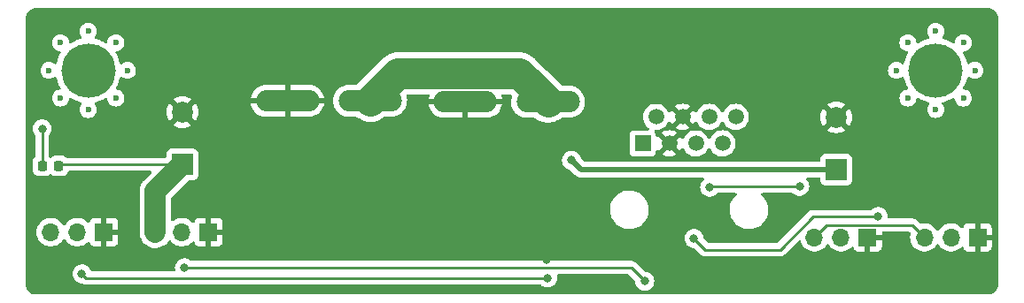
<source format=gtl>
G04 #@! TF.GenerationSoftware,KiCad,Pcbnew,7.0.2-6a45011f42~172~ubuntu22.04.1*
G04 #@! TF.CreationDate,2023-05-14T21:03:13-06:00*
G04 #@! TF.ProjectId,pole-node,706f6c65-2d6e-46f6-9465-2e6b69636164,rev?*
G04 #@! TF.SameCoordinates,Original*
G04 #@! TF.FileFunction,Copper,L1,Top*
G04 #@! TF.FilePolarity,Positive*
%FSLAX46Y46*%
G04 Gerber Fmt 4.6, Leading zero omitted, Abs format (unit mm)*
G04 Created by KiCad (PCBNEW 7.0.2-6a45011f42~172~ubuntu22.04.1) date 2023-05-14 21:03:13*
%MOMM*%
%LPD*%
G01*
G04 APERTURE LIST*
G04 Aperture macros list*
%AMRoundRect*
0 Rectangle with rounded corners*
0 $1 Rounding radius*
0 $2 $3 $4 $5 $6 $7 $8 $9 X,Y pos of 4 corners*
0 Add a 4 corners polygon primitive as box body*
4,1,4,$2,$3,$4,$5,$6,$7,$8,$9,$2,$3,0*
0 Add four circle primitives for the rounded corners*
1,1,$1+$1,$2,$3*
1,1,$1+$1,$4,$5*
1,1,$1+$1,$6,$7*
1,1,$1+$1,$8,$9*
0 Add four rect primitives between the rounded corners*
20,1,$1+$1,$2,$3,$4,$5,0*
20,1,$1+$1,$4,$5,$6,$7,0*
20,1,$1+$1,$6,$7,$8,$9,0*
20,1,$1+$1,$8,$9,$2,$3,0*%
G04 Aperture macros list end*
G04 #@! TA.AperFunction,SMDPad,CuDef*
%ADD10RoundRect,0.218750X-0.218750X-0.256250X0.218750X-0.256250X0.218750X0.256250X-0.218750X0.256250X0*%
G04 #@! TD*
G04 #@! TA.AperFunction,ComponentPad*
%ADD11O,6.030000X2.070000*%
G04 #@! TD*
G04 #@! TA.AperFunction,ComponentPad*
%ADD12R,1.700000X1.700000*%
G04 #@! TD*
G04 #@! TA.AperFunction,ComponentPad*
%ADD13O,1.700000X1.700000*%
G04 #@! TD*
G04 #@! TA.AperFunction,ComponentPad*
%ADD14C,0.600000*%
G04 #@! TD*
G04 #@! TA.AperFunction,ComponentPad*
%ADD15C,5.200000*%
G04 #@! TD*
G04 #@! TA.AperFunction,ComponentPad*
%ADD16R,1.500000X1.500000*%
G04 #@! TD*
G04 #@! TA.AperFunction,ComponentPad*
%ADD17C,1.500000*%
G04 #@! TD*
G04 #@! TA.AperFunction,ComponentPad*
%ADD18R,2.000000X2.000000*%
G04 #@! TD*
G04 #@! TA.AperFunction,ComponentPad*
%ADD19C,2.000000*%
G04 #@! TD*
G04 #@! TA.AperFunction,ViaPad*
%ADD20C,0.800000*%
G04 #@! TD*
G04 #@! TA.AperFunction,Conductor*
%ADD21C,0.500000*%
G04 #@! TD*
G04 #@! TA.AperFunction,Conductor*
%ADD22C,0.250000*%
G04 #@! TD*
G04 #@! TA.AperFunction,Conductor*
%ADD23C,2.000000*%
G04 #@! TD*
G04 #@! TA.AperFunction,Conductor*
%ADD24C,3.000000*%
G04 #@! TD*
G04 APERTURE END LIST*
D10*
X39112500Y-65150000D03*
X40687500Y-65150000D03*
D11*
X70450000Y-58910000D03*
X62550000Y-58910000D03*
D12*
X55000000Y-71500000D03*
D13*
X52460000Y-71500000D03*
X49920000Y-71500000D03*
D12*
X118000000Y-72000000D03*
D13*
X115460000Y-72000000D03*
X112920000Y-72000000D03*
D12*
X128500000Y-72000000D03*
D13*
X125960000Y-72000000D03*
X123420000Y-72000000D03*
D14*
X120750000Y-56000000D03*
X121850000Y-53350000D03*
X121850000Y-58650000D03*
X124500000Y-52250000D03*
D15*
X124500000Y-56000000D03*
D14*
X124500000Y-59750000D03*
X127150000Y-53350000D03*
X127150000Y-58650000D03*
X128250000Y-56000000D03*
D16*
X96500000Y-63000000D03*
D17*
X97770000Y-60460000D03*
X99040000Y-63000000D03*
X100310000Y-60460000D03*
X101580000Y-63000000D03*
X102850000Y-60460000D03*
X104120000Y-63000000D03*
X105390000Y-60460000D03*
D12*
X45000000Y-71500000D03*
D13*
X42460000Y-71500000D03*
X39920000Y-71500000D03*
D18*
X115000000Y-65500000D03*
D19*
X115000000Y-60500000D03*
D18*
X52500000Y-65000000D03*
D19*
X52500000Y-60000000D03*
D11*
X87450000Y-59000000D03*
X79550000Y-59000000D03*
D14*
X39750000Y-56000000D03*
X40850000Y-53350000D03*
X40850000Y-58650000D03*
X43500000Y-52250000D03*
D15*
X43500000Y-56000000D03*
D14*
X43500000Y-59750000D03*
X46150000Y-53350000D03*
X46150000Y-58650000D03*
X47250000Y-56000000D03*
D20*
X113600000Y-74300000D03*
X71400000Y-69000000D03*
X38800000Y-51400000D03*
X110300000Y-69900000D03*
X114600000Y-51600000D03*
X38700000Y-66800000D03*
X91000000Y-67700000D03*
X92500000Y-59900000D03*
X38500000Y-76200000D03*
X128800000Y-51600000D03*
X129200000Y-76400000D03*
X102900000Y-70300000D03*
X52900000Y-51100000D03*
X48200000Y-66200000D03*
X74500000Y-73600000D03*
X100300000Y-76400000D03*
X60100000Y-71100000D03*
X89950000Y-52350000D03*
X69700000Y-51300000D03*
X129100000Y-64100000D03*
X86900000Y-72600000D03*
X67600000Y-73100000D03*
X100600000Y-73300000D03*
X93700000Y-73500000D03*
X87271927Y-74175500D03*
X121200000Y-72900000D03*
X89700000Y-64600000D03*
X111500000Y-67100000D03*
X102900000Y-67200000D03*
X119000000Y-70000000D03*
X101400000Y-72100000D03*
X39100000Y-61600000D03*
X42900000Y-75500000D03*
X87400000Y-75900000D03*
X96700000Y-76200000D03*
X52700000Y-74900000D03*
D21*
X90600000Y-65500000D02*
X115000000Y-65500000D01*
X89700000Y-64600000D02*
X90600000Y-65500000D01*
D22*
X122245000Y-70825000D02*
X123420000Y-72000000D01*
X40837500Y-65000000D02*
X52500000Y-65000000D01*
D23*
X49920000Y-67580000D02*
X49920000Y-71500000D01*
D22*
X114095000Y-70825000D02*
X122245000Y-70825000D01*
D23*
X52500000Y-65000000D02*
X49920000Y-67580000D01*
D22*
X112920000Y-72000000D02*
X114095000Y-70825000D01*
X111500000Y-67100000D02*
X103000000Y-67100000D01*
X103000000Y-67100000D02*
X102900000Y-67200000D01*
X101400000Y-72100000D02*
X102475000Y-73175000D01*
X102475000Y-73175000D02*
X109625000Y-73175000D01*
X109625000Y-73175000D02*
X112800000Y-70000000D01*
X112800000Y-70000000D02*
X119000000Y-70000000D01*
D24*
X73095010Y-56264990D02*
X84714990Y-56264990D01*
X70450000Y-58910000D02*
X73095010Y-56264990D01*
X84714990Y-56264990D02*
X87450000Y-59000000D01*
D22*
X39100000Y-61600000D02*
X39100000Y-63287500D01*
X39100000Y-63287500D02*
X39112500Y-63300000D01*
X39112500Y-65150000D02*
X39112500Y-63300000D01*
X87400000Y-75900000D02*
X43300000Y-75900000D01*
X43300000Y-75900000D02*
X42900000Y-75500000D01*
X95400000Y-74900000D02*
X96700000Y-76200000D01*
X52700000Y-74900000D02*
X95400000Y-74900000D01*
G04 #@! TA.AperFunction,Conductor*
G36*
X129505474Y-50025978D02*
G01*
X129658242Y-50039344D01*
X129679866Y-50043157D01*
X129822660Y-50081419D01*
X129843281Y-50088924D01*
X129977265Y-50151402D01*
X129996276Y-50162378D01*
X130117370Y-50247169D01*
X130134194Y-50261287D01*
X130238712Y-50365805D01*
X130252830Y-50382629D01*
X130337618Y-50503718D01*
X130348600Y-50522739D01*
X130411071Y-50656709D01*
X130418583Y-50677348D01*
X130456841Y-50820131D01*
X130460654Y-50841760D01*
X130474020Y-50994525D01*
X130474500Y-51005507D01*
X130474500Y-76494492D01*
X130474020Y-76505474D01*
X130460654Y-76658239D01*
X130456841Y-76679868D01*
X130418583Y-76822651D01*
X130411071Y-76843290D01*
X130348600Y-76977260D01*
X130337618Y-76996281D01*
X130252830Y-77117370D01*
X130238712Y-77134194D01*
X130134194Y-77238712D01*
X130117370Y-77252830D01*
X129996281Y-77337618D01*
X129977260Y-77348600D01*
X129843290Y-77411071D01*
X129822651Y-77418583D01*
X129679868Y-77456841D01*
X129658239Y-77460654D01*
X129505475Y-77474020D01*
X129494493Y-77474500D01*
X38505507Y-77474500D01*
X38494525Y-77474020D01*
X38341760Y-77460654D01*
X38320131Y-77456841D01*
X38203516Y-77425594D01*
X38177346Y-77418582D01*
X38156712Y-77411072D01*
X38022738Y-77348599D01*
X38003718Y-77337618D01*
X37882629Y-77252830D01*
X37865805Y-77238712D01*
X37761287Y-77134194D01*
X37747169Y-77117370D01*
X37728319Y-77090449D01*
X37662378Y-76996276D01*
X37651402Y-76977265D01*
X37588924Y-76843281D01*
X37581419Y-76822660D01*
X37543157Y-76679866D01*
X37539344Y-76658238D01*
X37525979Y-76505473D01*
X37525500Y-76494492D01*
X37525500Y-75500000D01*
X41986496Y-75500000D01*
X42006458Y-75689929D01*
X42065472Y-75871556D01*
X42160958Y-76036942D01*
X42160960Y-76036944D01*
X42288747Y-76178866D01*
X42443248Y-76291118D01*
X42617712Y-76368794D01*
X42804513Y-76408500D01*
X42877619Y-76408500D01*
X42938308Y-76424079D01*
X42942420Y-76426339D01*
X42958959Y-76437202D01*
X42974959Y-76449613D01*
X43015525Y-76467167D01*
X43026188Y-76472391D01*
X43061338Y-76491715D01*
X43064940Y-76493695D01*
X43084562Y-76498733D01*
X43103267Y-76505137D01*
X43121855Y-76513181D01*
X43165522Y-76520096D01*
X43177129Y-76522500D01*
X43219970Y-76533500D01*
X43240231Y-76533500D01*
X43259939Y-76535050D01*
X43279943Y-76538219D01*
X43279943Y-76538218D01*
X43279944Y-76538219D01*
X43323954Y-76534059D01*
X43335811Y-76533500D01*
X86691800Y-76533500D01*
X86759921Y-76553502D01*
X86785435Y-76575188D01*
X86788746Y-76578866D01*
X86876893Y-76642908D01*
X86943248Y-76691118D01*
X87117712Y-76768794D01*
X87304513Y-76808500D01*
X87304515Y-76808500D01*
X87495485Y-76808500D01*
X87495487Y-76808500D01*
X87682288Y-76768794D01*
X87856752Y-76691118D01*
X88011253Y-76578866D01*
X88139040Y-76436944D01*
X88234527Y-76271556D01*
X88293542Y-76089928D01*
X88313504Y-75900000D01*
X88293542Y-75710072D01*
X88289760Y-75698435D01*
X88287734Y-75627468D01*
X88324396Y-75566670D01*
X88388109Y-75535345D01*
X88409594Y-75533500D01*
X95085406Y-75533500D01*
X95153527Y-75553502D01*
X95174501Y-75570405D01*
X95752877Y-76148781D01*
X95786903Y-76211093D01*
X95789092Y-76224705D01*
X95806458Y-76389929D01*
X95865472Y-76571556D01*
X95960958Y-76736942D01*
X95960960Y-76736944D01*
X96088747Y-76878866D01*
X96243248Y-76991118D01*
X96417712Y-77068794D01*
X96604513Y-77108500D01*
X96604515Y-77108500D01*
X96795485Y-77108500D01*
X96795487Y-77108500D01*
X96982288Y-77068794D01*
X97156752Y-76991118D01*
X97311253Y-76878866D01*
X97439040Y-76736944D01*
X97534527Y-76571556D01*
X97593542Y-76389928D01*
X97613504Y-76200000D01*
X97593542Y-76010072D01*
X97534527Y-75828444D01*
X97534527Y-75828443D01*
X97439041Y-75663057D01*
X97311252Y-75521133D01*
X97156753Y-75408883D01*
X97156752Y-75408882D01*
X96982288Y-75331206D01*
X96795487Y-75291500D01*
X96795485Y-75291500D01*
X96739595Y-75291500D01*
X96671474Y-75271498D01*
X96650499Y-75254595D01*
X95907241Y-74511336D01*
X95894169Y-74495019D01*
X95842347Y-74446355D01*
X95839505Y-74443600D01*
X95822574Y-74426669D01*
X95819770Y-74423865D01*
X95816575Y-74421386D01*
X95807554Y-74413682D01*
X95775320Y-74383413D01*
X95757567Y-74373653D01*
X95741041Y-74362797D01*
X95725041Y-74350386D01*
X95684466Y-74332828D01*
X95673804Y-74327604D01*
X95635063Y-74306305D01*
X95621313Y-74302775D01*
X95615437Y-74301266D01*
X95596731Y-74294862D01*
X95578145Y-74286819D01*
X95534475Y-74279902D01*
X95522853Y-74277495D01*
X95480030Y-74266500D01*
X95480029Y-74266500D01*
X95459776Y-74266500D01*
X95440066Y-74264949D01*
X95420057Y-74261779D01*
X95376039Y-74265941D01*
X95364181Y-74266500D01*
X53408200Y-74266500D01*
X53340079Y-74246498D01*
X53314565Y-74224812D01*
X53311253Y-74221133D01*
X53156753Y-74108883D01*
X53156752Y-74108882D01*
X52982288Y-74031206D01*
X52795487Y-73991500D01*
X52604513Y-73991500D01*
X52479978Y-74017970D01*
X52417711Y-74031206D01*
X52243246Y-74108883D01*
X52088747Y-74221133D01*
X51960958Y-74363057D01*
X51865472Y-74528443D01*
X51806458Y-74710070D01*
X51786496Y-74899999D01*
X51806458Y-75089930D01*
X51810239Y-75101564D01*
X51812266Y-75172532D01*
X51775604Y-75233330D01*
X51711891Y-75264655D01*
X51690406Y-75266500D01*
X43870928Y-75266500D01*
X43802807Y-75246498D01*
X43756314Y-75192842D01*
X43751095Y-75179435D01*
X43734527Y-75128444D01*
X43639041Y-74963057D01*
X43511252Y-74821133D01*
X43356753Y-74708883D01*
X43356752Y-74708882D01*
X43182288Y-74631206D01*
X42995487Y-74591500D01*
X42804513Y-74591500D01*
X42679978Y-74617970D01*
X42617711Y-74631206D01*
X42443246Y-74708883D01*
X42288747Y-74821133D01*
X42160958Y-74963057D01*
X42065472Y-75128443D01*
X42006458Y-75310070D01*
X41986496Y-75500000D01*
X37525500Y-75500000D01*
X37525500Y-71500000D01*
X38556844Y-71500000D01*
X38575436Y-71724368D01*
X38575436Y-71724371D01*
X38575437Y-71724372D01*
X38630702Y-71942611D01*
X38630703Y-71942614D01*
X38630704Y-71942616D01*
X38649155Y-71984680D01*
X38721139Y-72148790D01*
X38738701Y-72175670D01*
X38844278Y-72337268D01*
X38903672Y-72401787D01*
X38996762Y-72502908D01*
X39168970Y-72636944D01*
X39174424Y-72641189D01*
X39372426Y-72748342D01*
X39585365Y-72821444D01*
X39807431Y-72858500D01*
X39807434Y-72858500D01*
X40032566Y-72858500D01*
X40032569Y-72858500D01*
X40254635Y-72821444D01*
X40467574Y-72748342D01*
X40665576Y-72641189D01*
X40843240Y-72502906D01*
X40995722Y-72337268D01*
X41084518Y-72201354D01*
X41138521Y-72155268D01*
X41208869Y-72145693D01*
X41273226Y-72175670D01*
X41295480Y-72201353D01*
X41384278Y-72337268D01*
X41443672Y-72401787D01*
X41536762Y-72502908D01*
X41708970Y-72636944D01*
X41714424Y-72641189D01*
X41912426Y-72748342D01*
X42125365Y-72821444D01*
X42347431Y-72858500D01*
X42347434Y-72858500D01*
X42572566Y-72858500D01*
X42572569Y-72858500D01*
X42794635Y-72821444D01*
X43007574Y-72748342D01*
X43205576Y-72641189D01*
X43383240Y-72502906D01*
X43444626Y-72436222D01*
X43505476Y-72399654D01*
X43576440Y-72401787D01*
X43634986Y-72441948D01*
X43655381Y-72477529D01*
X43699554Y-72595963D01*
X43787095Y-72712904D01*
X43904037Y-72800445D01*
X44040906Y-72851494D01*
X44098063Y-72857640D01*
X44104777Y-72858000D01*
X44746000Y-72858000D01*
X44746000Y-71933674D01*
X44857685Y-71984680D01*
X44964237Y-72000000D01*
X45035763Y-72000000D01*
X45142315Y-71984680D01*
X45254000Y-71933674D01*
X45254000Y-72858000D01*
X45895223Y-72858000D01*
X45901936Y-72857640D01*
X45959093Y-72851494D01*
X46095962Y-72800445D01*
X46212904Y-72712904D01*
X46300445Y-72595962D01*
X46351494Y-72459093D01*
X46357640Y-72401936D01*
X46358000Y-72395222D01*
X46358000Y-71754000D01*
X45431116Y-71754000D01*
X45459493Y-71709844D01*
X45500000Y-71571889D01*
X45500000Y-71428111D01*
X45459493Y-71290156D01*
X45431116Y-71246000D01*
X46358000Y-71246000D01*
X46358000Y-70604777D01*
X46357640Y-70598063D01*
X46351494Y-70540906D01*
X46300445Y-70404037D01*
X46212904Y-70287095D01*
X46095962Y-70199554D01*
X45959093Y-70148505D01*
X45901936Y-70142359D01*
X45895223Y-70142000D01*
X45254000Y-70142000D01*
X45254000Y-71066325D01*
X45142315Y-71015320D01*
X45035763Y-71000000D01*
X44964237Y-71000000D01*
X44857685Y-71015320D01*
X44746000Y-71066325D01*
X44746000Y-70142000D01*
X44104777Y-70142000D01*
X44098063Y-70142359D01*
X44040906Y-70148505D01*
X43904037Y-70199554D01*
X43787095Y-70287095D01*
X43699554Y-70404036D01*
X43655381Y-70522470D01*
X43612834Y-70579305D01*
X43546313Y-70604116D01*
X43476939Y-70589024D01*
X43444624Y-70563774D01*
X43383240Y-70497093D01*
X43205578Y-70358812D01*
X43007573Y-70251657D01*
X42855800Y-70199554D01*
X42794635Y-70178556D01*
X42572569Y-70141500D01*
X42347431Y-70141500D01*
X42125365Y-70178556D01*
X42125362Y-70178556D01*
X42125362Y-70178557D01*
X41912426Y-70251657D01*
X41714421Y-70358812D01*
X41536762Y-70497091D01*
X41384278Y-70662731D01*
X41295483Y-70798643D01*
X41241479Y-70844731D01*
X41171131Y-70854306D01*
X41106774Y-70824328D01*
X41084517Y-70798643D01*
X41053820Y-70751658D01*
X40995722Y-70662732D01*
X40843240Y-70497094D01*
X40843239Y-70497093D01*
X40843237Y-70497091D01*
X40665578Y-70358812D01*
X40467573Y-70251657D01*
X40315800Y-70199554D01*
X40254635Y-70178556D01*
X40032569Y-70141500D01*
X39807431Y-70141500D01*
X39585365Y-70178556D01*
X39585362Y-70178556D01*
X39585362Y-70178557D01*
X39372426Y-70251657D01*
X39174421Y-70358812D01*
X38996762Y-70497091D01*
X38844278Y-70662731D01*
X38721139Y-70851209D01*
X38630702Y-71057388D01*
X38575437Y-71275627D01*
X38575436Y-71275632D01*
X38556844Y-71500000D01*
X37525500Y-71500000D01*
X37525500Y-65451523D01*
X38166500Y-65451523D01*
X38166501Y-65454710D01*
X38176676Y-65554314D01*
X38230151Y-65715692D01*
X38268233Y-65777432D01*
X38319402Y-65860390D01*
X38439609Y-65980597D01*
X38439611Y-65980598D01*
X38439613Y-65980600D01*
X38584305Y-66069847D01*
X38584310Y-66069850D01*
X38745686Y-66123324D01*
X38842087Y-66133173D01*
X38842089Y-66133173D01*
X38845289Y-66133500D01*
X39379710Y-66133499D01*
X39479314Y-66123324D01*
X39640692Y-66069849D01*
X39785387Y-65980600D01*
X39810905Y-65955081D01*
X39873215Y-65921057D01*
X39944031Y-65926121D01*
X39989094Y-65955081D01*
X40014613Y-65980600D01*
X40159305Y-66069847D01*
X40159310Y-66069850D01*
X40320686Y-66123324D01*
X40417087Y-66133173D01*
X40417089Y-66133173D01*
X40420289Y-66133500D01*
X40954710Y-66133499D01*
X41054314Y-66123324D01*
X41215692Y-66069849D01*
X41360387Y-65980600D01*
X41480600Y-65860387D01*
X41569849Y-65715692D01*
X41569849Y-65715691D01*
X41577580Y-65703158D01*
X41579299Y-65704218D01*
X41608879Y-65661496D01*
X41674435Y-65634240D01*
X41688070Y-65633500D01*
X49428967Y-65633500D01*
X49497088Y-65653502D01*
X49543581Y-65707158D01*
X49553685Y-65777432D01*
X49524191Y-65842012D01*
X49518062Y-65848596D01*
X48864957Y-66501699D01*
X48863147Y-66503473D01*
X48787198Y-66576424D01*
X48743718Y-66634285D01*
X48738966Y-66640226D01*
X48692055Y-66695377D01*
X48677177Y-66719987D01*
X48672066Y-66728444D01*
X48671660Y-66729115D01*
X48664564Y-66739619D01*
X48640883Y-66771135D01*
X48640881Y-66771137D01*
X48640882Y-66771137D01*
X48607249Y-66835216D01*
X48603513Y-66841840D01*
X48566052Y-66903810D01*
X48551330Y-66940389D01*
X48546011Y-66951896D01*
X48527697Y-66986791D01*
X48504770Y-67055462D01*
X48502145Y-67062600D01*
X48475116Y-67129761D01*
X48466454Y-67168219D01*
X48463050Y-67180429D01*
X48450568Y-67217818D01*
X48438957Y-67289267D01*
X48437510Y-67296740D01*
X48421604Y-67367362D01*
X48419224Y-67406715D01*
X48417822Y-67419317D01*
X48411500Y-67458218D01*
X48411500Y-67530596D01*
X48411270Y-67538204D01*
X48406898Y-67610475D01*
X48410862Y-67649709D01*
X48411500Y-67662374D01*
X48411500Y-71560797D01*
X48411704Y-71563326D01*
X48411705Y-71563346D01*
X48426189Y-71742762D01*
X48426189Y-71742765D01*
X48426190Y-71742768D01*
X48471873Y-71928111D01*
X48484478Y-71979251D01*
X48579944Y-72203316D01*
X48710117Y-72409169D01*
X48827352Y-72541500D01*
X48871625Y-72591474D01*
X49060286Y-72745510D01*
X49271213Y-72867289D01*
X49498943Y-72953656D01*
X49737579Y-73002374D01*
X49980939Y-73012181D01*
X50222720Y-72982823D01*
X50456662Y-72915061D01*
X50676704Y-72810650D01*
X50877148Y-72672293D01*
X51052802Y-72503575D01*
X51180298Y-72333907D01*
X51237212Y-72291465D01*
X51308036Y-72286530D01*
X51370286Y-72320669D01*
X51379779Y-72332380D01*
X51384276Y-72337265D01*
X51384278Y-72337268D01*
X51480644Y-72441948D01*
X51536762Y-72502908D01*
X51708970Y-72636944D01*
X51714424Y-72641189D01*
X51912426Y-72748342D01*
X52125365Y-72821444D01*
X52347431Y-72858500D01*
X52347434Y-72858500D01*
X52572566Y-72858500D01*
X52572569Y-72858500D01*
X52794635Y-72821444D01*
X53007574Y-72748342D01*
X53205576Y-72641189D01*
X53383240Y-72502906D01*
X53444626Y-72436222D01*
X53505476Y-72399654D01*
X53576440Y-72401787D01*
X53634986Y-72441948D01*
X53655381Y-72477529D01*
X53699554Y-72595963D01*
X53787095Y-72712904D01*
X53904037Y-72800445D01*
X54040906Y-72851494D01*
X54098063Y-72857640D01*
X54104777Y-72858000D01*
X54746000Y-72858000D01*
X54745999Y-71933674D01*
X54857685Y-71984680D01*
X54964237Y-72000000D01*
X55035763Y-72000000D01*
X55142315Y-71984680D01*
X55254000Y-71933674D01*
X55254000Y-72858000D01*
X55895223Y-72858000D01*
X55901936Y-72857640D01*
X55959093Y-72851494D01*
X56095962Y-72800445D01*
X56212904Y-72712904D01*
X56300445Y-72595962D01*
X56351494Y-72459093D01*
X56357640Y-72401936D01*
X56358000Y-72395222D01*
X56358000Y-72100000D01*
X100486496Y-72100000D01*
X100506458Y-72289929D01*
X100565472Y-72471556D01*
X100660958Y-72636942D01*
X100692788Y-72672293D01*
X100788747Y-72778866D01*
X100943248Y-72891118D01*
X101117712Y-72968794D01*
X101304513Y-73008500D01*
X101360406Y-73008500D01*
X101428527Y-73028502D01*
X101449501Y-73045405D01*
X101967751Y-73563655D01*
X101980835Y-73579985D01*
X102032666Y-73628657D01*
X102035509Y-73631413D01*
X102055231Y-73651135D01*
X102058359Y-73653561D01*
X102058360Y-73653562D01*
X102058414Y-73653604D01*
X102067446Y-73661317D01*
X102086855Y-73679543D01*
X102099679Y-73691586D01*
X102117432Y-73701346D01*
X102133955Y-73712200D01*
X102149957Y-73724612D01*
X102149960Y-73724614D01*
X102190539Y-73742174D01*
X102201188Y-73747391D01*
X102239935Y-73768693D01*
X102239937Y-73768693D01*
X102239940Y-73768695D01*
X102259574Y-73773736D01*
X102278259Y-73780134D01*
X102296855Y-73788181D01*
X102340530Y-73795098D01*
X102352125Y-73797498D01*
X102394970Y-73808500D01*
X102415224Y-73808500D01*
X102434934Y-73810051D01*
X102454942Y-73813220D01*
X102454942Y-73813219D01*
X102454943Y-73813220D01*
X102498961Y-73809058D01*
X102510819Y-73808500D01*
X109541147Y-73808500D01*
X109561935Y-73810795D01*
X109564907Y-73810701D01*
X109564909Y-73810702D01*
X109632985Y-73808562D01*
X109636945Y-73808500D01*
X109660894Y-73808500D01*
X109664856Y-73808500D01*
X109668856Y-73807994D01*
X109680699Y-73807061D01*
X109724889Y-73805673D01*
X109744338Y-73800021D01*
X109763698Y-73796012D01*
X109783797Y-73793474D01*
X109824915Y-73777193D01*
X109836117Y-73773357D01*
X109878593Y-73761018D01*
X109896039Y-73750699D01*
X109913780Y-73742009D01*
X109932617Y-73734552D01*
X109968392Y-73708558D01*
X109978303Y-73702048D01*
X110016362Y-73679542D01*
X110030691Y-73665212D01*
X110045719Y-73652377D01*
X110062107Y-73640472D01*
X110090303Y-73606386D01*
X110098272Y-73597630D01*
X111397640Y-72298262D01*
X111459951Y-72264238D01*
X111530767Y-72269303D01*
X111587602Y-72311850D01*
X111608878Y-72356428D01*
X111630702Y-72442611D01*
X111630703Y-72442614D01*
X111630704Y-72442616D01*
X111643398Y-72471556D01*
X111721139Y-72648790D01*
X111786180Y-72748342D01*
X111844278Y-72837268D01*
X111965357Y-72968794D01*
X111996762Y-73002908D01*
X112003947Y-73008500D01*
X112174424Y-73141189D01*
X112372426Y-73248342D01*
X112585365Y-73321444D01*
X112807431Y-73358500D01*
X112807434Y-73358500D01*
X113032566Y-73358500D01*
X113032569Y-73358500D01*
X113254635Y-73321444D01*
X113467574Y-73248342D01*
X113665576Y-73141189D01*
X113843240Y-73002906D01*
X113995722Y-72837268D01*
X114084518Y-72701354D01*
X114138521Y-72655268D01*
X114208869Y-72645693D01*
X114273226Y-72675670D01*
X114295480Y-72701353D01*
X114384278Y-72837268D01*
X114505357Y-72968794D01*
X114536762Y-73002908D01*
X114543947Y-73008500D01*
X114714424Y-73141189D01*
X114912426Y-73248342D01*
X115125365Y-73321444D01*
X115347431Y-73358500D01*
X115347434Y-73358500D01*
X115572566Y-73358500D01*
X115572569Y-73358500D01*
X115794635Y-73321444D01*
X116007574Y-73248342D01*
X116205576Y-73141189D01*
X116383240Y-73002906D01*
X116444626Y-72936222D01*
X116505476Y-72899654D01*
X116576440Y-72901787D01*
X116634986Y-72941948D01*
X116655381Y-72977529D01*
X116699554Y-73095963D01*
X116787095Y-73212904D01*
X116904037Y-73300445D01*
X117040906Y-73351494D01*
X117098063Y-73357640D01*
X117104777Y-73358000D01*
X117746000Y-73358000D01*
X117745999Y-72433674D01*
X117857685Y-72484680D01*
X117964237Y-72500000D01*
X118035763Y-72500000D01*
X118142315Y-72484680D01*
X118254000Y-72433674D01*
X118254000Y-73358000D01*
X118895223Y-73358000D01*
X118901936Y-73357640D01*
X118959093Y-73351494D01*
X119095962Y-73300445D01*
X119212904Y-73212904D01*
X119300445Y-73095962D01*
X119351494Y-72959093D01*
X119357640Y-72901936D01*
X119358000Y-72895222D01*
X119358000Y-72254000D01*
X118431116Y-72254000D01*
X118459493Y-72209844D01*
X118500000Y-72071889D01*
X118500000Y-71928111D01*
X118459493Y-71790156D01*
X118431116Y-71746000D01*
X119358000Y-71746000D01*
X119358000Y-71584500D01*
X119378002Y-71516379D01*
X119431658Y-71469886D01*
X119484000Y-71458500D01*
X121930406Y-71458500D01*
X121998527Y-71478502D01*
X122019501Y-71495405D01*
X122070132Y-71546036D01*
X122104158Y-71608348D01*
X122103182Y-71666060D01*
X122075436Y-71775629D01*
X122064296Y-71910070D01*
X122056844Y-72000000D01*
X122075436Y-72224368D01*
X122075436Y-72224371D01*
X122075437Y-72224372D01*
X122130702Y-72442611D01*
X122130703Y-72442614D01*
X122130704Y-72442616D01*
X122143398Y-72471556D01*
X122221139Y-72648790D01*
X122286180Y-72748342D01*
X122344278Y-72837268D01*
X122465357Y-72968794D01*
X122496762Y-73002908D01*
X122503947Y-73008500D01*
X122674424Y-73141189D01*
X122872426Y-73248342D01*
X123085365Y-73321444D01*
X123307431Y-73358500D01*
X123307434Y-73358500D01*
X123532566Y-73358500D01*
X123532569Y-73358500D01*
X123754635Y-73321444D01*
X123967574Y-73248342D01*
X124165576Y-73141189D01*
X124343240Y-73002906D01*
X124495722Y-72837268D01*
X124584518Y-72701354D01*
X124638520Y-72655267D01*
X124708868Y-72645692D01*
X124773226Y-72675669D01*
X124795480Y-72701353D01*
X124884278Y-72837268D01*
X125013399Y-72977529D01*
X125036762Y-73002908D01*
X125043947Y-73008500D01*
X125214424Y-73141189D01*
X125412426Y-73248342D01*
X125625365Y-73321444D01*
X125847431Y-73358500D01*
X125847434Y-73358500D01*
X126072566Y-73358500D01*
X126072569Y-73358500D01*
X126294635Y-73321444D01*
X126507574Y-73248342D01*
X126705576Y-73141189D01*
X126883240Y-73002906D01*
X126944626Y-72936222D01*
X127005476Y-72899654D01*
X127076440Y-72901787D01*
X127134986Y-72941948D01*
X127155381Y-72977529D01*
X127199554Y-73095963D01*
X127287095Y-73212904D01*
X127404037Y-73300445D01*
X127540906Y-73351494D01*
X127598063Y-73357640D01*
X127604777Y-73358000D01*
X128246000Y-73358000D01*
X128246000Y-72433674D01*
X128357685Y-72484680D01*
X128464237Y-72500000D01*
X128535763Y-72500000D01*
X128642315Y-72484680D01*
X128753999Y-72433674D01*
X128754000Y-73358000D01*
X129395223Y-73358000D01*
X129401936Y-73357640D01*
X129459093Y-73351494D01*
X129595962Y-73300445D01*
X129712904Y-73212904D01*
X129800445Y-73095962D01*
X129851494Y-72959093D01*
X129857640Y-72901936D01*
X129858000Y-72895222D01*
X129858000Y-72254000D01*
X128931116Y-72254000D01*
X128959493Y-72209844D01*
X129000000Y-72071889D01*
X129000000Y-71928111D01*
X128959493Y-71790156D01*
X128931116Y-71746000D01*
X129858000Y-71746000D01*
X129858000Y-71104777D01*
X129857640Y-71098063D01*
X129851494Y-71040906D01*
X129800445Y-70904037D01*
X129712904Y-70787095D01*
X129595962Y-70699554D01*
X129459093Y-70648505D01*
X129401936Y-70642359D01*
X129395223Y-70642000D01*
X128754000Y-70642000D01*
X128753999Y-71566325D01*
X128642315Y-71515320D01*
X128535763Y-71500000D01*
X128464237Y-71500000D01*
X128357685Y-71515320D01*
X128246000Y-71566325D01*
X128246000Y-70642000D01*
X127604777Y-70642000D01*
X127598063Y-70642359D01*
X127540906Y-70648505D01*
X127404037Y-70699554D01*
X127287095Y-70787095D01*
X127199554Y-70904036D01*
X127155381Y-71022470D01*
X127112834Y-71079305D01*
X127046313Y-71104116D01*
X126976939Y-71089024D01*
X126944624Y-71063774D01*
X126883240Y-70997093D01*
X126705578Y-70858812D01*
X126507573Y-70751657D01*
X126355800Y-70699554D01*
X126294635Y-70678556D01*
X126072569Y-70641500D01*
X125847431Y-70641500D01*
X125625365Y-70678556D01*
X125625362Y-70678556D01*
X125625362Y-70678557D01*
X125412426Y-70751657D01*
X125214421Y-70858812D01*
X125036762Y-70997091D01*
X124884278Y-71162731D01*
X124859603Y-71200500D01*
X124795481Y-71298645D01*
X124741479Y-71344732D01*
X124671131Y-71354307D01*
X124606774Y-71324330D01*
X124584519Y-71298646D01*
X124495722Y-71162732D01*
X124343240Y-70997094D01*
X124343239Y-70997093D01*
X124343237Y-70997091D01*
X124165578Y-70858812D01*
X123967573Y-70751657D01*
X123815800Y-70699554D01*
X123754635Y-70678556D01*
X123532569Y-70641500D01*
X123307431Y-70641500D01*
X123085365Y-70678556D01*
X123085360Y-70678557D01*
X123075068Y-70680275D01*
X123074529Y-70677046D01*
X123021119Y-70679440D01*
X122962076Y-70646171D01*
X122752244Y-70436339D01*
X122739171Y-70420021D01*
X122687347Y-70371355D01*
X122684505Y-70368600D01*
X122667574Y-70351669D01*
X122664770Y-70348865D01*
X122661575Y-70346386D01*
X122652554Y-70338682D01*
X122620320Y-70308413D01*
X122602567Y-70298653D01*
X122586041Y-70287797D01*
X122570041Y-70275386D01*
X122529466Y-70257828D01*
X122518804Y-70252604D01*
X122480063Y-70231305D01*
X122466313Y-70227775D01*
X122460437Y-70226266D01*
X122441731Y-70219862D01*
X122423145Y-70211819D01*
X122379475Y-70204902D01*
X122367853Y-70202495D01*
X122325030Y-70191500D01*
X122325029Y-70191500D01*
X122304776Y-70191500D01*
X122285066Y-70189949D01*
X122265057Y-70186779D01*
X122221039Y-70190941D01*
X122209181Y-70191500D01*
X120033314Y-70191500D01*
X119965193Y-70171498D01*
X119918700Y-70117842D01*
X119908004Y-70052330D01*
X119908211Y-70050352D01*
X119913504Y-70000000D01*
X119893542Y-69810072D01*
X119834527Y-69628444D01*
X119834527Y-69628443D01*
X119739041Y-69463057D01*
X119611252Y-69321133D01*
X119456753Y-69208883D01*
X119456752Y-69208882D01*
X119282288Y-69131206D01*
X119095487Y-69091500D01*
X118904513Y-69091500D01*
X118779979Y-69117970D01*
X118717711Y-69131206D01*
X118543246Y-69208883D01*
X118388746Y-69321133D01*
X118385435Y-69324812D01*
X118324988Y-69362051D01*
X118291800Y-69366500D01*
X112883853Y-69366500D01*
X112863064Y-69364204D01*
X112792014Y-69366438D01*
X112788055Y-69366500D01*
X112760144Y-69366500D01*
X112756218Y-69366995D01*
X112756200Y-69366997D01*
X112756108Y-69367009D01*
X112744303Y-69367937D01*
X112700111Y-69369326D01*
X112680658Y-69374978D01*
X112661304Y-69378986D01*
X112641205Y-69381525D01*
X112627090Y-69387113D01*
X112600091Y-69397802D01*
X112588874Y-69401643D01*
X112546407Y-69413982D01*
X112528964Y-69424297D01*
X112511217Y-69432990D01*
X112492384Y-69440446D01*
X112456611Y-69466437D01*
X112446693Y-69472951D01*
X112408639Y-69495457D01*
X112394312Y-69509783D01*
X112379283Y-69522618D01*
X112362894Y-69534525D01*
X112334701Y-69568604D01*
X112326713Y-69577381D01*
X109399500Y-72504595D01*
X109337188Y-72538621D01*
X109310405Y-72541500D01*
X102789595Y-72541500D01*
X102721474Y-72521498D01*
X102700499Y-72504595D01*
X102347120Y-72151215D01*
X102313095Y-72088903D01*
X102310908Y-72075306D01*
X102293542Y-71910072D01*
X102254579Y-71790156D01*
X102234527Y-71728443D01*
X102139041Y-71563057D01*
X102011252Y-71421133D01*
X101856753Y-71308883D01*
X101856752Y-71308882D01*
X101682288Y-71231206D01*
X101495487Y-71191500D01*
X101304513Y-71191500D01*
X101179979Y-71217970D01*
X101117711Y-71231206D01*
X100943246Y-71308883D01*
X100788747Y-71421133D01*
X100660958Y-71563057D01*
X100565472Y-71728443D01*
X100506458Y-71910070D01*
X100486496Y-72100000D01*
X56358000Y-72100000D01*
X56358000Y-71754000D01*
X55431116Y-71754000D01*
X55459493Y-71709844D01*
X55500000Y-71571889D01*
X55500000Y-71428111D01*
X55459493Y-71290156D01*
X55431116Y-71246000D01*
X56358000Y-71246000D01*
X56358000Y-70604777D01*
X56357640Y-70598063D01*
X56351494Y-70540906D01*
X56300445Y-70404037D01*
X56212904Y-70287095D01*
X56095962Y-70199554D01*
X55959093Y-70148505D01*
X55901936Y-70142359D01*
X55895223Y-70142000D01*
X55254000Y-70142000D01*
X55254000Y-71066325D01*
X55142315Y-71015320D01*
X55035763Y-71000000D01*
X54964237Y-71000000D01*
X54857685Y-71015320D01*
X54745999Y-71066325D01*
X54746000Y-70142000D01*
X54104777Y-70142000D01*
X54098063Y-70142359D01*
X54040906Y-70148505D01*
X53904037Y-70199554D01*
X53787095Y-70287095D01*
X53699554Y-70404036D01*
X53655381Y-70522470D01*
X53612834Y-70579305D01*
X53546313Y-70604116D01*
X53476939Y-70589024D01*
X53444624Y-70563774D01*
X53383240Y-70497093D01*
X53205578Y-70358812D01*
X53007573Y-70251657D01*
X52855800Y-70199554D01*
X52794635Y-70178556D01*
X52572569Y-70141500D01*
X52347431Y-70141500D01*
X52125365Y-70178556D01*
X52125362Y-70178556D01*
X52125362Y-70178557D01*
X51912426Y-70251657D01*
X51714425Y-70358810D01*
X51679401Y-70386071D01*
X51635783Y-70420021D01*
X51631891Y-70423050D01*
X51565849Y-70449106D01*
X51496203Y-70435321D01*
X51445067Y-70386071D01*
X51428500Y-70323618D01*
X51428500Y-69417766D01*
X93375787Y-69417766D01*
X93405413Y-69687015D01*
X93405414Y-69687018D01*
X93473928Y-69949088D01*
X93517801Y-70052330D01*
X93576704Y-70190941D01*
X93579870Y-70198390D01*
X93720982Y-70429610D01*
X93894255Y-70637820D01*
X93894256Y-70637821D01*
X93894258Y-70637823D01*
X94095993Y-70818578D01*
X94095995Y-70818579D01*
X94095998Y-70818582D01*
X94321910Y-70968044D01*
X94418648Y-71013393D01*
X94567171Y-71083018D01*
X94567173Y-71083018D01*
X94567176Y-71083020D01*
X94826569Y-71161060D01*
X94826572Y-71161060D01*
X94826574Y-71161061D01*
X95094558Y-71200500D01*
X95094561Y-71200500D01*
X95295330Y-71200500D01*
X95297631Y-71200500D01*
X95500156Y-71185677D01*
X95764553Y-71126780D01*
X96017558Y-71030014D01*
X96253777Y-70897441D01*
X96468177Y-70731888D01*
X96656186Y-70536881D01*
X96813799Y-70316579D01*
X96937656Y-70075675D01*
X97025118Y-69819305D01*
X97074319Y-69552933D01*
X97084212Y-69282235D01*
X97054586Y-69012982D01*
X96986072Y-68750912D01*
X96880130Y-68501610D01*
X96739018Y-68270390D01*
X96565745Y-68062180D01*
X96565741Y-68062176D01*
X96364006Y-67881421D01*
X96364003Y-67881419D01*
X96364002Y-67881418D01*
X96138090Y-67731956D01*
X96138086Y-67731954D01*
X95892828Y-67616981D01*
X95633425Y-67538938D01*
X95365442Y-67499500D01*
X95365439Y-67499500D01*
X95162369Y-67499500D01*
X95160099Y-67499666D01*
X95160075Y-67499667D01*
X94959839Y-67514323D01*
X94695449Y-67573219D01*
X94442441Y-67669985D01*
X94206225Y-67802557D01*
X93991820Y-67968114D01*
X93803815Y-68163117D01*
X93646200Y-68383422D01*
X93522342Y-68624328D01*
X93434882Y-68880693D01*
X93385681Y-69147065D01*
X93375787Y-69417766D01*
X51428500Y-69417766D01*
X51428500Y-68257031D01*
X51448502Y-68188910D01*
X51465405Y-68167936D01*
X53087937Y-66545405D01*
X53150249Y-66511379D01*
X53177032Y-66508500D01*
X53545269Y-66508500D01*
X53548638Y-66508500D01*
X53609201Y-66501989D01*
X53746204Y-66450889D01*
X53863261Y-66363261D01*
X53950889Y-66246204D01*
X54001989Y-66109201D01*
X54008500Y-66048638D01*
X54008500Y-65049401D01*
X54008730Y-65041794D01*
X54013102Y-64969524D01*
X54009138Y-64930299D01*
X54008499Y-64917630D01*
X54008499Y-64599999D01*
X88786496Y-64599999D01*
X88806458Y-64789929D01*
X88865472Y-64971556D01*
X88960958Y-65136942D01*
X88960960Y-65136944D01*
X89088747Y-65278866D01*
X89243248Y-65391118D01*
X89417712Y-65468794D01*
X89480771Y-65482197D01*
X89543244Y-65515926D01*
X89543668Y-65516349D01*
X90018092Y-65990773D01*
X90030060Y-66004620D01*
X90044531Y-66024058D01*
X90077814Y-66051986D01*
X90082870Y-66056228D01*
X90090974Y-66063655D01*
X90094899Y-66067580D01*
X90119453Y-66086995D01*
X90122292Y-66089308D01*
X90181382Y-66138890D01*
X90197889Y-66149405D01*
X90267794Y-66182002D01*
X90271094Y-66183600D01*
X90340000Y-66218206D01*
X90358485Y-66224631D01*
X90359791Y-66224900D01*
X90359794Y-66224902D01*
X90434113Y-66240247D01*
X90437525Y-66241003D01*
X90511344Y-66258500D01*
X90511347Y-66258500D01*
X90512642Y-66258807D01*
X90532111Y-66260796D01*
X90533438Y-66260757D01*
X90533442Y-66260758D01*
X90607697Y-66258597D01*
X90609224Y-66258553D01*
X90612888Y-66258500D01*
X102262443Y-66258500D01*
X102330564Y-66278502D01*
X102377057Y-66332158D01*
X102387161Y-66402432D01*
X102357667Y-66467012D01*
X102336504Y-66486436D01*
X102288747Y-66521133D01*
X102160958Y-66663057D01*
X102065472Y-66828443D01*
X102006458Y-67010070D01*
X101986496Y-67200000D01*
X102006458Y-67389929D01*
X102065472Y-67571556D01*
X102160958Y-67736942D01*
X102160960Y-67736944D01*
X102288747Y-67878866D01*
X102443248Y-67991118D01*
X102617712Y-68068794D01*
X102804513Y-68108500D01*
X102804515Y-68108500D01*
X102995485Y-68108500D01*
X102995487Y-68108500D01*
X103182288Y-68068794D01*
X103356752Y-67991118D01*
X103511253Y-67878866D01*
X103579962Y-67802557D01*
X103604604Y-67775190D01*
X103665050Y-67737950D01*
X103698240Y-67733500D01*
X105356320Y-67733500D01*
X105424441Y-67753502D01*
X105470934Y-67807158D01*
X105481038Y-67877432D01*
X105451544Y-67942012D01*
X105433328Y-67959228D01*
X105421824Y-67968110D01*
X105233815Y-68163117D01*
X105076200Y-68383422D01*
X104952342Y-68624328D01*
X104864882Y-68880693D01*
X104815681Y-69147065D01*
X104805787Y-69417766D01*
X104835413Y-69687015D01*
X104835414Y-69687018D01*
X104903928Y-69949088D01*
X104947801Y-70052330D01*
X105006704Y-70190941D01*
X105009870Y-70198390D01*
X105150982Y-70429610D01*
X105324255Y-70637820D01*
X105324256Y-70637821D01*
X105324258Y-70637823D01*
X105525993Y-70818578D01*
X105525995Y-70818579D01*
X105525998Y-70818582D01*
X105751910Y-70968044D01*
X105848648Y-71013393D01*
X105997171Y-71083018D01*
X105997173Y-71083018D01*
X105997176Y-71083020D01*
X106256569Y-71161060D01*
X106256572Y-71161060D01*
X106256574Y-71161061D01*
X106524558Y-71200500D01*
X106524561Y-71200500D01*
X106725330Y-71200500D01*
X106727631Y-71200500D01*
X106930156Y-71185677D01*
X107194553Y-71126780D01*
X107447558Y-71030014D01*
X107683777Y-70897441D01*
X107898177Y-70731888D01*
X108086186Y-70536881D01*
X108243799Y-70316579D01*
X108367656Y-70075675D01*
X108455118Y-69819305D01*
X108504319Y-69552933D01*
X108514212Y-69282235D01*
X108484586Y-69012982D01*
X108416072Y-68750912D01*
X108310130Y-68501610D01*
X108169018Y-68270390D01*
X107995745Y-68062180D01*
X107995741Y-68062176D01*
X107874274Y-67953341D01*
X107836887Y-67892986D01*
X107838066Y-67821999D01*
X107877436Y-67762919D01*
X107942498Y-67734502D01*
X107958356Y-67733500D01*
X110791800Y-67733500D01*
X110859921Y-67753502D01*
X110885435Y-67775188D01*
X110888746Y-67778866D01*
X110921357Y-67802559D01*
X111043248Y-67891118D01*
X111217712Y-67968794D01*
X111404513Y-68008500D01*
X111404515Y-68008500D01*
X111595485Y-68008500D01*
X111595487Y-68008500D01*
X111782288Y-67968794D01*
X111956752Y-67891118D01*
X112111253Y-67778866D01*
X112239040Y-67636944D01*
X112334527Y-67471556D01*
X112393542Y-67289928D01*
X112413504Y-67100000D01*
X112393542Y-66910072D01*
X112334527Y-66728444D01*
X112334527Y-66728443D01*
X112239039Y-66563054D01*
X112154182Y-66468810D01*
X112123464Y-66404803D01*
X112132229Y-66334349D01*
X112177692Y-66279818D01*
X112245419Y-66258523D01*
X112247818Y-66258500D01*
X113365500Y-66258500D01*
X113433621Y-66278502D01*
X113480114Y-66332158D01*
X113491500Y-66384499D01*
X113491500Y-66548638D01*
X113498011Y-66609201D01*
X113523561Y-66677702D01*
X113549111Y-66746205D01*
X113636738Y-66863261D01*
X113753794Y-66950888D01*
X113753795Y-66950888D01*
X113753796Y-66950889D01*
X113890799Y-67001989D01*
X113951362Y-67008500D01*
X113954731Y-67008500D01*
X116045269Y-67008500D01*
X116048638Y-67008500D01*
X116109201Y-67001989D01*
X116246204Y-66950889D01*
X116363261Y-66863261D01*
X116450889Y-66746204D01*
X116501989Y-66609201D01*
X116508500Y-66548638D01*
X116508500Y-64451362D01*
X116501989Y-64390799D01*
X116450889Y-64253796D01*
X116450888Y-64253794D01*
X116363261Y-64136738D01*
X116246205Y-64049111D01*
X116177702Y-64023561D01*
X116109201Y-63998011D01*
X116048638Y-63991500D01*
X113951362Y-63991500D01*
X113948013Y-63991859D01*
X113948013Y-63991860D01*
X113890799Y-63998011D01*
X113753794Y-64049111D01*
X113636738Y-64136738D01*
X113549111Y-64253794D01*
X113511321Y-64355114D01*
X113498011Y-64390799D01*
X113491500Y-64451362D01*
X113491500Y-64454730D01*
X113491500Y-64615500D01*
X113471498Y-64683621D01*
X113417842Y-64730114D01*
X113365500Y-64741500D01*
X90966371Y-64741500D01*
X90898250Y-64721498D01*
X90877276Y-64704595D01*
X90620126Y-64447445D01*
X90589388Y-64397286D01*
X90534527Y-64228444D01*
X90439041Y-64063057D01*
X90311252Y-63921133D01*
X90226010Y-63859201D01*
X90156752Y-63808882D01*
X90133743Y-63798638D01*
X95241500Y-63798638D01*
X95241860Y-63801986D01*
X95248011Y-63859200D01*
X95299111Y-63996205D01*
X95386738Y-64113261D01*
X95503794Y-64200888D01*
X95503795Y-64200888D01*
X95503796Y-64200889D01*
X95640799Y-64251989D01*
X95701362Y-64258500D01*
X95704731Y-64258500D01*
X97295269Y-64258500D01*
X97298638Y-64258500D01*
X97359201Y-64251989D01*
X97496204Y-64200889D01*
X97613261Y-64113261D01*
X97700889Y-63996204D01*
X97751989Y-63859201D01*
X97758500Y-63798638D01*
X97758500Y-63762704D01*
X97778502Y-63694583D01*
X97832158Y-63648090D01*
X97902432Y-63637986D01*
X97967012Y-63667480D01*
X97987713Y-63690433D01*
X97988801Y-63691986D01*
X98656702Y-63024085D01*
X98656062Y-63031814D01*
X98687195Y-63154755D01*
X98756559Y-63260925D01*
X98856639Y-63338821D01*
X98976589Y-63380000D01*
X99019209Y-63380000D01*
X98348012Y-64051196D01*
X98348012Y-64051198D01*
X98408595Y-64093620D01*
X98608094Y-64186649D01*
X98820715Y-64243619D01*
X99040000Y-64262804D01*
X99259284Y-64243619D01*
X99471904Y-64186649D01*
X99671405Y-64093619D01*
X99731986Y-64051198D01*
X99731986Y-64051197D01*
X99060790Y-63380000D01*
X99071486Y-63380000D01*
X99165092Y-63364380D01*
X99276628Y-63304020D01*
X99362522Y-63210714D01*
X99413465Y-63094574D01*
X99419611Y-63020400D01*
X100091196Y-63691986D01*
X100091198Y-63691986D01*
X100133619Y-63631405D01*
X100195529Y-63498639D01*
X100242446Y-63445354D01*
X100310723Y-63425893D01*
X100378683Y-63446435D01*
X100423919Y-63498640D01*
X100485943Y-63631653D01*
X100612253Y-63812041D01*
X100767958Y-63967746D01*
X100767961Y-63967748D01*
X100767962Y-63967749D01*
X100948346Y-64094056D01*
X101147924Y-64187120D01*
X101199310Y-64200889D01*
X101360624Y-64244114D01*
X101360625Y-64244114D01*
X101360629Y-64244115D01*
X101580000Y-64263307D01*
X101799371Y-64244115D01*
X102012076Y-64187120D01*
X102211654Y-64094056D01*
X102392038Y-63967749D01*
X102547749Y-63812038D01*
X102674056Y-63631654D01*
X102735805Y-63499230D01*
X102782722Y-63445945D01*
X102850999Y-63426484D01*
X102918959Y-63447025D01*
X102964195Y-63499231D01*
X103025943Y-63631653D01*
X103152253Y-63812041D01*
X103307958Y-63967746D01*
X103307961Y-63967748D01*
X103307962Y-63967749D01*
X103488346Y-64094056D01*
X103687924Y-64187120D01*
X103739310Y-64200889D01*
X103900624Y-64244114D01*
X103900625Y-64244114D01*
X103900629Y-64244115D01*
X104120000Y-64263307D01*
X104339371Y-64244115D01*
X104552076Y-64187120D01*
X104751654Y-64094056D01*
X104932038Y-63967749D01*
X105087749Y-63812038D01*
X105214056Y-63631654D01*
X105307120Y-63432076D01*
X105364115Y-63219371D01*
X105383307Y-63000000D01*
X105364115Y-62780629D01*
X105352980Y-62739075D01*
X105307120Y-62567925D01*
X105300927Y-62554645D01*
X105214056Y-62368347D01*
X105087749Y-62187962D01*
X105087748Y-62187961D01*
X105087746Y-62187958D01*
X104932041Y-62032253D01*
X104751653Y-61905943D01*
X104552074Y-61812879D01*
X104339375Y-61755885D01*
X104120000Y-61736693D01*
X103900624Y-61755885D01*
X103687925Y-61812879D01*
X103488347Y-61905943D01*
X103307958Y-62032253D01*
X103152253Y-62187958D01*
X103025944Y-62368346D01*
X102964194Y-62500769D01*
X102917276Y-62554054D01*
X102848999Y-62573515D01*
X102781039Y-62552973D01*
X102735805Y-62500769D01*
X102674056Y-62368347D01*
X102547749Y-62187962D01*
X102547748Y-62187961D01*
X102547746Y-62187958D01*
X102392041Y-62032253D01*
X102211653Y-61905943D01*
X102012074Y-61812879D01*
X101799375Y-61755885D01*
X101623874Y-61740531D01*
X101580000Y-61736693D01*
X101579999Y-61736693D01*
X101360624Y-61755885D01*
X101147925Y-61812879D01*
X100948347Y-61905943D01*
X100767958Y-62032253D01*
X100612253Y-62187958D01*
X100485944Y-62368346D01*
X100423919Y-62501360D01*
X100377002Y-62554645D01*
X100308724Y-62574106D01*
X100240764Y-62553564D01*
X100195529Y-62501360D01*
X100133620Y-62368597D01*
X100091198Y-62308012D01*
X100091197Y-62308012D01*
X99423297Y-62975911D01*
X99423938Y-62968186D01*
X99392805Y-62845245D01*
X99323441Y-62739075D01*
X99223361Y-62661179D01*
X99103411Y-62620000D01*
X99060789Y-62620000D01*
X99731986Y-61948801D01*
X99731986Y-61948800D01*
X99671403Y-61906379D01*
X99471905Y-61813350D01*
X99259284Y-61756380D01*
X99040000Y-61737195D01*
X98820715Y-61756380D01*
X98608092Y-61813351D01*
X98408598Y-61906378D01*
X98348011Y-61948801D01*
X99019210Y-62620000D01*
X99008514Y-62620000D01*
X98914908Y-62635620D01*
X98803372Y-62695980D01*
X98717478Y-62789286D01*
X98666535Y-62905426D01*
X98660388Y-62979598D01*
X97988801Y-62308011D01*
X97987714Y-62309565D01*
X97932257Y-62353894D01*
X97861638Y-62361204D01*
X97798277Y-62329173D01*
X97762292Y-62267972D01*
X97758500Y-62237295D01*
X97758500Y-62204730D01*
X97758500Y-62204729D01*
X97758500Y-62201362D01*
X97751989Y-62140799D01*
X97700889Y-62003796D01*
X97700888Y-62003794D01*
X97640233Y-61922768D01*
X97615422Y-61856248D01*
X97630513Y-61786874D01*
X97680716Y-61736672D01*
X97750090Y-61721580D01*
X97751997Y-61721732D01*
X97770000Y-61723307D01*
X97989371Y-61704115D01*
X98202076Y-61647120D01*
X98401654Y-61554056D01*
X98582038Y-61427749D01*
X98737749Y-61272038D01*
X98864056Y-61091654D01*
X98926081Y-60958639D01*
X98972996Y-60905355D01*
X99041274Y-60885894D01*
X99109234Y-60906435D01*
X99154470Y-60958640D01*
X99216379Y-61091403D01*
X99258800Y-61151986D01*
X99258802Y-61151986D01*
X99926702Y-60484085D01*
X99926062Y-60491814D01*
X99957195Y-60614755D01*
X100026559Y-60720925D01*
X100126639Y-60798821D01*
X100246589Y-60840000D01*
X100289209Y-60840000D01*
X99618012Y-61511196D01*
X99618012Y-61511198D01*
X99678595Y-61553620D01*
X99878094Y-61646649D01*
X100090715Y-61703619D01*
X100310000Y-61722804D01*
X100529284Y-61703619D01*
X100741904Y-61646649D01*
X100941405Y-61553619D01*
X101001986Y-61511198D01*
X101001986Y-61511197D01*
X100330790Y-60840000D01*
X100341486Y-60840000D01*
X100435092Y-60824380D01*
X100546628Y-60764020D01*
X100632522Y-60670714D01*
X100683465Y-60554574D01*
X100689611Y-60480400D01*
X101361197Y-61151986D01*
X101361198Y-61151986D01*
X101403619Y-61091405D01*
X101465529Y-60958639D01*
X101512446Y-60905354D01*
X101580723Y-60885893D01*
X101648683Y-60906435D01*
X101693919Y-60958640D01*
X101755943Y-61091653D01*
X101882253Y-61272041D01*
X102037958Y-61427746D01*
X102037961Y-61427748D01*
X102037962Y-61427749D01*
X102218346Y-61554056D01*
X102417924Y-61647120D01*
X102511707Y-61672249D01*
X102630624Y-61704114D01*
X102630625Y-61704114D01*
X102630629Y-61704115D01*
X102850000Y-61723307D01*
X103069371Y-61704115D01*
X103282076Y-61647120D01*
X103481654Y-61554056D01*
X103662038Y-61427749D01*
X103817749Y-61272038D01*
X103944056Y-61091654D01*
X104005805Y-60959230D01*
X104052722Y-60905945D01*
X104120999Y-60886484D01*
X104188959Y-60907025D01*
X104234194Y-60959230D01*
X104235393Y-60961801D01*
X104295943Y-61091653D01*
X104422253Y-61272041D01*
X104577958Y-61427746D01*
X104577961Y-61427748D01*
X104577962Y-61427749D01*
X104758346Y-61554056D01*
X104957924Y-61647120D01*
X105051707Y-61672249D01*
X105170624Y-61704114D01*
X105170625Y-61704114D01*
X105170629Y-61704115D01*
X105390000Y-61723307D01*
X105609371Y-61704115D01*
X105822076Y-61647120D01*
X106021654Y-61554056D01*
X106202038Y-61427749D01*
X106357749Y-61272038D01*
X106484056Y-61091654D01*
X106577120Y-60892076D01*
X106634115Y-60679371D01*
X106649808Y-60500000D01*
X113487337Y-60500000D01*
X113505960Y-60736633D01*
X113561372Y-60967440D01*
X113652208Y-61186738D01*
X113766896Y-61373891D01*
X113766897Y-61373891D01*
X114515638Y-60625150D01*
X114540507Y-60709844D01*
X114618239Y-60830798D01*
X114726900Y-60924952D01*
X114857685Y-60984680D01*
X114872412Y-60986797D01*
X114126107Y-61733101D01*
X114126107Y-61733102D01*
X114313261Y-61847791D01*
X114532559Y-61938627D01*
X114763366Y-61994039D01*
X115000000Y-62012662D01*
X115236633Y-61994039D01*
X115467440Y-61938627D01*
X115686738Y-61847791D01*
X115873891Y-61733102D01*
X115873892Y-61733101D01*
X115127588Y-60986797D01*
X115142315Y-60984680D01*
X115273100Y-60924952D01*
X115381761Y-60830798D01*
X115459493Y-60709844D01*
X115484360Y-60625152D01*
X116233101Y-61373892D01*
X116233102Y-61373891D01*
X116347791Y-61186738D01*
X116438627Y-60967440D01*
X116494039Y-60736633D01*
X116512662Y-60500000D01*
X116494039Y-60263366D01*
X116438627Y-60032559D01*
X116347791Y-59813261D01*
X116233102Y-59626107D01*
X116233101Y-59626107D01*
X115484360Y-60374847D01*
X115459493Y-60290156D01*
X115381761Y-60169202D01*
X115273100Y-60075048D01*
X115142315Y-60015320D01*
X115127587Y-60013202D01*
X115873891Y-59266897D01*
X115873891Y-59266896D01*
X115686738Y-59152208D01*
X115467440Y-59061372D01*
X115236633Y-59005960D01*
X114999999Y-58987337D01*
X114763366Y-59005960D01*
X114532559Y-59061372D01*
X114313264Y-59152207D01*
X114126107Y-59266896D01*
X114126107Y-59266898D01*
X114872411Y-60013202D01*
X114857685Y-60015320D01*
X114726900Y-60075048D01*
X114618239Y-60169202D01*
X114540507Y-60290156D01*
X114515639Y-60374848D01*
X113766898Y-59626107D01*
X113766896Y-59626107D01*
X113652207Y-59813264D01*
X113561372Y-60032559D01*
X113505960Y-60263366D01*
X113487337Y-60500000D01*
X106649808Y-60500000D01*
X106653307Y-60460000D01*
X106634115Y-60240629D01*
X106633398Y-60237954D01*
X106589117Y-60072696D01*
X106577120Y-60027924D01*
X106484056Y-59828347D01*
X106357749Y-59647962D01*
X106357748Y-59647961D01*
X106357746Y-59647958D01*
X106202041Y-59492253D01*
X106021653Y-59365943D01*
X105822074Y-59272879D01*
X105609375Y-59215885D01*
X105390000Y-59196693D01*
X105170624Y-59215885D01*
X104957925Y-59272879D01*
X104758347Y-59365943D01*
X104577958Y-59492253D01*
X104422253Y-59647958D01*
X104295944Y-59828345D01*
X104234195Y-59960769D01*
X104187278Y-60014054D01*
X104119001Y-60033515D01*
X104051041Y-60012973D01*
X104005805Y-59960769D01*
X103991946Y-59931049D01*
X103944056Y-59828347D01*
X103917314Y-59790156D01*
X103817746Y-59647958D01*
X103662041Y-59492253D01*
X103481653Y-59365943D01*
X103282074Y-59272879D01*
X103069375Y-59215885D01*
X102850000Y-59196693D01*
X102630624Y-59215885D01*
X102417925Y-59272879D01*
X102218347Y-59365943D01*
X102037958Y-59492253D01*
X101882253Y-59647958D01*
X101755944Y-59828346D01*
X101693919Y-59961360D01*
X101647002Y-60014645D01*
X101578724Y-60034106D01*
X101510764Y-60013564D01*
X101465529Y-59961360D01*
X101403620Y-59828597D01*
X101361198Y-59768012D01*
X101361196Y-59768012D01*
X100693297Y-60435910D01*
X100693938Y-60428186D01*
X100662805Y-60305245D01*
X100593441Y-60199075D01*
X100493361Y-60121179D01*
X100373411Y-60080000D01*
X100330789Y-60080000D01*
X101001986Y-59408801D01*
X101001986Y-59408800D01*
X100941403Y-59366379D01*
X100741905Y-59273350D01*
X100529284Y-59216380D01*
X100310000Y-59197195D01*
X100090715Y-59216380D01*
X99878092Y-59273351D01*
X99678598Y-59366378D01*
X99618011Y-59408801D01*
X100289210Y-60080000D01*
X100278514Y-60080000D01*
X100184908Y-60095620D01*
X100073372Y-60155980D01*
X99987478Y-60249286D01*
X99936535Y-60365426D01*
X99930388Y-60439598D01*
X99258800Y-59768011D01*
X99216378Y-59828598D01*
X99154469Y-59961361D01*
X99107552Y-60014646D01*
X99039274Y-60034106D01*
X98971314Y-60013564D01*
X98926080Y-59961359D01*
X98911946Y-59931049D01*
X98864056Y-59828347D01*
X98737749Y-59647962D01*
X98737748Y-59647961D01*
X98737746Y-59647958D01*
X98582041Y-59492253D01*
X98401653Y-59365943D01*
X98202074Y-59272879D01*
X97989375Y-59215885D01*
X97813874Y-59200531D01*
X97770000Y-59196693D01*
X97769999Y-59196693D01*
X97550624Y-59215885D01*
X97337925Y-59272879D01*
X97138347Y-59365943D01*
X96957958Y-59492253D01*
X96802253Y-59647958D01*
X96675943Y-59828347D01*
X96582879Y-60027925D01*
X96525885Y-60240624D01*
X96506693Y-60459999D01*
X96525885Y-60679375D01*
X96582879Y-60892074D01*
X96675943Y-61091653D01*
X96802253Y-61272041D01*
X96957958Y-61427746D01*
X96957961Y-61427748D01*
X96957962Y-61427749D01*
X97052633Y-61494039D01*
X97078694Y-61512287D01*
X97123022Y-61567744D01*
X97130331Y-61638364D01*
X97098300Y-61701724D01*
X97037099Y-61737709D01*
X97006423Y-61741500D01*
X95701362Y-61741500D01*
X95698013Y-61741859D01*
X95698013Y-61741860D01*
X95640799Y-61748011D01*
X95503794Y-61799111D01*
X95386738Y-61886738D01*
X95299111Y-62003794D01*
X95249450Y-62136942D01*
X95248011Y-62140799D01*
X95241500Y-62201362D01*
X95241500Y-63798638D01*
X90133743Y-63798638D01*
X89982288Y-63731206D01*
X89795487Y-63691500D01*
X89604513Y-63691500D01*
X89479978Y-63717970D01*
X89417711Y-63731206D01*
X89243246Y-63808883D01*
X89088747Y-63921133D01*
X88960958Y-64063057D01*
X88865472Y-64228443D01*
X88806458Y-64410070D01*
X88786496Y-64599999D01*
X54008499Y-64599999D01*
X54008499Y-64439611D01*
X54008500Y-63951362D01*
X54001989Y-63890799D01*
X53950889Y-63753796D01*
X53950888Y-63753794D01*
X53863261Y-63636738D01*
X53746205Y-63549111D01*
X53677702Y-63523561D01*
X53609201Y-63498011D01*
X53548638Y-63491500D01*
X53545269Y-63491500D01*
X52516457Y-63491500D01*
X52513919Y-63491474D01*
X52408623Y-63489352D01*
X52402301Y-63490250D01*
X52384599Y-63491500D01*
X51451362Y-63491500D01*
X51448013Y-63491859D01*
X51448013Y-63491860D01*
X51390799Y-63498011D01*
X51253794Y-63549111D01*
X51136738Y-63636738D01*
X51049111Y-63753794D01*
X50998010Y-63890798D01*
X50998011Y-63890799D01*
X50991500Y-63951362D01*
X50991500Y-63954730D01*
X50991500Y-64240500D01*
X50971498Y-64308621D01*
X50917842Y-64355114D01*
X50865500Y-64366500D01*
X41459678Y-64366500D01*
X41391557Y-64346498D01*
X41370583Y-64329595D01*
X41360390Y-64319402D01*
X41342911Y-64308621D01*
X41255335Y-64254603D01*
X41215689Y-64230149D01*
X41054313Y-64176675D01*
X40957912Y-64166826D01*
X40957891Y-64166824D01*
X40954711Y-64166500D01*
X40951505Y-64166500D01*
X40423495Y-64166500D01*
X40423475Y-64166500D01*
X40420290Y-64166501D01*
X40417111Y-64166825D01*
X40417106Y-64166826D01*
X40320696Y-64176675D01*
X40320686Y-64176676D01*
X40159308Y-64230151D01*
X40105554Y-64263307D01*
X40014611Y-64319401D01*
X39989093Y-64344919D01*
X39926781Y-64378943D01*
X39855965Y-64373877D01*
X39810904Y-64344917D01*
X39785387Y-64319400D01*
X39785386Y-64319399D01*
X39782903Y-64316916D01*
X39748879Y-64254603D01*
X39746000Y-64227822D01*
X39746000Y-63383853D01*
X39748295Y-63363062D01*
X39747048Y-63323391D01*
X39746062Y-63292000D01*
X39746000Y-63288042D01*
X39746000Y-63264108D01*
X39746000Y-63260144D01*
X39745495Y-63256152D01*
X39744562Y-63244306D01*
X39743174Y-63200111D01*
X39738503Y-63184032D01*
X39733500Y-63148880D01*
X39733500Y-62302524D01*
X39753502Y-62234403D01*
X39765858Y-62218220D01*
X39839040Y-62136944D01*
X39934527Y-61971556D01*
X39993542Y-61789928D01*
X40013504Y-61600000D01*
X39993542Y-61410072D01*
X39948692Y-61272038D01*
X39934527Y-61228443D01*
X39839041Y-61063057D01*
X39745024Y-60958641D01*
X39711253Y-60921134D01*
X39693723Y-60908398D01*
X39591119Y-60833851D01*
X39556752Y-60808882D01*
X39382288Y-60731206D01*
X39195487Y-60691500D01*
X39004513Y-60691500D01*
X38918212Y-60709844D01*
X38817711Y-60731206D01*
X38746703Y-60762821D01*
X38665846Y-60798821D01*
X38643246Y-60808883D01*
X38488747Y-60921133D01*
X38360958Y-61063057D01*
X38265472Y-61228443D01*
X38206458Y-61410070D01*
X38186496Y-61600000D01*
X38206458Y-61789929D01*
X38265472Y-61971556D01*
X38360958Y-62136942D01*
X38360960Y-62136944D01*
X38434137Y-62218215D01*
X38464853Y-62282220D01*
X38466500Y-62302524D01*
X38466500Y-63203647D01*
X38464204Y-63224435D01*
X38466438Y-63295484D01*
X38466500Y-63299443D01*
X38466500Y-63327356D01*
X38466995Y-63331274D01*
X38466997Y-63331306D01*
X38467008Y-63331388D01*
X38467937Y-63343197D01*
X38469326Y-63387387D01*
X38473997Y-63403462D01*
X38479000Y-63438616D01*
X38479000Y-64227821D01*
X38458998Y-64295942D01*
X38442096Y-64316916D01*
X38319401Y-64439611D01*
X38230149Y-64584310D01*
X38176675Y-64745686D01*
X38166826Y-64842087D01*
X38166824Y-64842109D01*
X38166500Y-64845289D01*
X38166500Y-64848493D01*
X38166500Y-64848494D01*
X38166500Y-65451504D01*
X38166500Y-65451523D01*
X37525500Y-65451523D01*
X37525500Y-56000000D01*
X38936384Y-56000000D01*
X38956783Y-56181049D01*
X39016956Y-56353014D01*
X39113889Y-56507282D01*
X39242717Y-56636110D01*
X39332932Y-56692796D01*
X39396985Y-56733043D01*
X39568953Y-56793217D01*
X39750000Y-56813616D01*
X39931047Y-56793217D01*
X40103015Y-56733043D01*
X40213866Y-56663390D01*
X40269302Y-56628558D01*
X40270342Y-56630214D01*
X40316864Y-56604807D01*
X40387680Y-56609867D01*
X40444519Y-56652410D01*
X40464731Y-56693044D01*
X40560333Y-57024884D01*
X40560342Y-57024912D01*
X40561316Y-57028290D01*
X40562666Y-57031549D01*
X40562667Y-57031552D01*
X40686119Y-57329595D01*
X40694925Y-57350853D01*
X40696635Y-57353947D01*
X40696636Y-57353949D01*
X40863811Y-57656428D01*
X40862135Y-57653586D01*
X40881332Y-57721552D01*
X40860628Y-57789463D01*
X40806496Y-57835400D01*
X40769447Y-57845460D01*
X40668950Y-57856783D01*
X40496985Y-57916956D01*
X40342717Y-58013889D01*
X40213889Y-58142717D01*
X40116956Y-58296985D01*
X40056783Y-58468950D01*
X40036384Y-58650000D01*
X40056783Y-58831049D01*
X40116956Y-59003014D01*
X40213889Y-59157282D01*
X40342717Y-59286110D01*
X40496985Y-59383043D01*
X40570594Y-59408800D01*
X40668953Y-59443217D01*
X40850000Y-59463616D01*
X41031047Y-59443217D01*
X41203015Y-59383043D01*
X41357281Y-59286111D01*
X41486111Y-59157281D01*
X41583043Y-59003015D01*
X41643217Y-58831047D01*
X41654540Y-58730550D01*
X41682042Y-58665100D01*
X41740566Y-58624907D01*
X41811529Y-58622734D01*
X41846079Y-58637668D01*
X41843572Y-58636189D01*
X42149147Y-58805075D01*
X42471710Y-58938684D01*
X42475095Y-58939659D01*
X42475103Y-58939662D01*
X42806954Y-59035267D01*
X42866876Y-59073346D01*
X42896697Y-59137776D01*
X42886952Y-59208100D01*
X42871376Y-59230657D01*
X42871442Y-59230698D01*
X42766956Y-59396985D01*
X42706783Y-59568950D01*
X42686384Y-59750000D01*
X42706783Y-59931049D01*
X42766956Y-60103014D01*
X42863889Y-60257282D01*
X42992717Y-60386110D01*
X43146985Y-60483043D01*
X43205516Y-60503524D01*
X43318953Y-60543217D01*
X43500000Y-60563616D01*
X43681047Y-60543217D01*
X43853015Y-60483043D01*
X44007281Y-60386111D01*
X44136111Y-60257281D01*
X44233043Y-60103015D01*
X44269089Y-60000000D01*
X50987337Y-60000000D01*
X51005960Y-60236633D01*
X51061372Y-60467440D01*
X51152208Y-60686738D01*
X51266896Y-60873891D01*
X51266897Y-60873891D01*
X52015638Y-60125150D01*
X52040507Y-60209844D01*
X52118239Y-60330798D01*
X52226900Y-60424952D01*
X52357685Y-60484680D01*
X52372412Y-60486797D01*
X51626107Y-61233101D01*
X51626107Y-61233102D01*
X51813261Y-61347791D01*
X52032559Y-61438627D01*
X52263366Y-61494039D01*
X52500000Y-61512662D01*
X52736633Y-61494039D01*
X52967440Y-61438627D01*
X53186738Y-61347791D01*
X53373891Y-61233102D01*
X53373892Y-61233101D01*
X52627588Y-60486797D01*
X52642315Y-60484680D01*
X52773100Y-60424952D01*
X52881761Y-60330798D01*
X52959493Y-60209844D01*
X52984361Y-60125150D01*
X53733102Y-60873892D01*
X53733102Y-60873891D01*
X53847791Y-60686738D01*
X53938627Y-60467440D01*
X53994039Y-60236633D01*
X54012662Y-60000000D01*
X53994039Y-59763366D01*
X53938627Y-59532559D01*
X53847791Y-59313261D01*
X53756323Y-59164000D01*
X59046508Y-59164000D01*
X59053263Y-59219642D01*
X59122575Y-59458934D01*
X59229375Y-59684010D01*
X59370897Y-59889040D01*
X59543471Y-60068708D01*
X59742637Y-60218372D01*
X59963223Y-60334145D01*
X60199538Y-60413038D01*
X60445434Y-60453000D01*
X62296000Y-60453000D01*
X62296000Y-59545000D01*
X62804000Y-59545000D01*
X62804000Y-60453000D01*
X64589635Y-60453000D01*
X64594734Y-60452794D01*
X64778315Y-60437974D01*
X65020208Y-60378352D01*
X65249401Y-60280703D01*
X65459965Y-60147549D01*
X65646434Y-59982352D01*
X65803994Y-59789376D01*
X65928558Y-59573625D01*
X66016900Y-59340689D01*
X66052972Y-59164000D01*
X65112268Y-59164000D01*
X65138721Y-59107785D01*
X65164556Y-58972355D01*
X66922735Y-58972355D01*
X66945190Y-59157282D01*
X66952774Y-59219744D01*
X67022108Y-59459113D01*
X67076546Y-59573839D01*
X67128941Y-59684261D01*
X67270509Y-59889357D01*
X67409543Y-60034106D01*
X67443141Y-60069085D01*
X67642368Y-60218795D01*
X67863031Y-60334607D01*
X68097959Y-60413038D01*
X68099418Y-60413525D01*
X68345394Y-60453500D01*
X68345396Y-60453500D01*
X69112906Y-60453500D01*
X69181027Y-60473502D01*
X69185167Y-60476280D01*
X69413020Y-60635825D01*
X69663300Y-60763350D01*
X69928892Y-60854800D01*
X70204628Y-60908398D01*
X70485138Y-60923098D01*
X70764966Y-60898617D01*
X71038663Y-60835428D01*
X71300902Y-60734765D01*
X71546579Y-60598583D01*
X71705441Y-60478871D01*
X71771883Y-60453850D01*
X71781270Y-60453500D01*
X72489646Y-60453500D01*
X72492196Y-60453500D01*
X72678400Y-60438468D01*
X72920367Y-60378829D01*
X73149634Y-60281147D01*
X73360262Y-60147954D01*
X73546797Y-59982698D01*
X73704408Y-59789660D01*
X73829012Y-59573839D01*
X73917382Y-59340826D01*
X73967231Y-59096654D01*
X73977265Y-58847647D01*
X73947226Y-58600256D01*
X73912194Y-58479310D01*
X73899228Y-58434545D01*
X73899488Y-58363549D01*
X73938090Y-58303964D01*
X74002779Y-58274708D01*
X74020253Y-58273490D01*
X76012748Y-58273490D01*
X76080869Y-58293492D01*
X76127362Y-58347148D01*
X76137466Y-58417422D01*
X76130560Y-58444171D01*
X76083099Y-58569313D01*
X76047027Y-58746000D01*
X76987732Y-58746000D01*
X76961279Y-58802215D01*
X76931216Y-58959811D01*
X76941290Y-59119933D01*
X76984851Y-59254000D01*
X76046508Y-59254000D01*
X76053263Y-59309642D01*
X76122575Y-59548934D01*
X76229375Y-59774010D01*
X76370897Y-59979040D01*
X76543471Y-60158708D01*
X76742637Y-60308372D01*
X76963223Y-60424145D01*
X77199538Y-60503038D01*
X77445434Y-60543000D01*
X79296000Y-60543000D01*
X79296000Y-59635000D01*
X79804000Y-59635000D01*
X79804000Y-60543000D01*
X81589635Y-60543000D01*
X81594734Y-60542794D01*
X81778315Y-60527974D01*
X82020208Y-60468352D01*
X82249401Y-60370703D01*
X82459965Y-60237549D01*
X82646434Y-60072352D01*
X82803994Y-59879376D01*
X82928558Y-59663625D01*
X83016900Y-59430689D01*
X83052972Y-59254000D01*
X82112268Y-59254000D01*
X82138721Y-59197785D01*
X82168784Y-59040189D01*
X82158710Y-58880067D01*
X82115149Y-58746000D01*
X83053491Y-58746000D01*
X83046736Y-58690357D01*
X82974594Y-58441295D01*
X82976552Y-58440727D01*
X82967451Y-58383380D01*
X82995999Y-58318376D01*
X83055158Y-58279125D01*
X83092417Y-58273490D01*
X83830852Y-58273490D01*
X83898973Y-58293492D01*
X83919947Y-58310395D01*
X83978936Y-58369384D01*
X84012962Y-58431696D01*
X84007897Y-58502511D01*
X84007654Y-58503158D01*
X83982618Y-58569173D01*
X83968673Y-58637481D01*
X83932769Y-58813346D01*
X83923827Y-59035267D01*
X83922735Y-59062355D01*
X83948254Y-59272519D01*
X83952774Y-59309744D01*
X84022108Y-59549113D01*
X84076546Y-59663839D01*
X84128941Y-59774261D01*
X84270509Y-59979357D01*
X84442779Y-60158708D01*
X84443141Y-60159085D01*
X84642368Y-60308795D01*
X84863031Y-60424607D01*
X85088856Y-60499999D01*
X85099418Y-60503525D01*
X85345394Y-60543500D01*
X85345396Y-60543500D01*
X86117020Y-60543500D01*
X86185141Y-60563502D01*
X86199684Y-60574406D01*
X86238302Y-60607977D01*
X86473882Y-60760964D01*
X86728460Y-60879676D01*
X86997082Y-60961801D01*
X87001423Y-60962488D01*
X87001425Y-60962489D01*
X87032684Y-60967440D01*
X87274520Y-61005744D01*
X87555374Y-61010646D01*
X87834175Y-60976413D01*
X88105500Y-60903712D01*
X88364067Y-60793957D01*
X88604842Y-60649285D01*
X88700799Y-60571579D01*
X88766327Y-60544254D01*
X88780094Y-60543500D01*
X89489646Y-60543500D01*
X89492196Y-60543500D01*
X89678400Y-60528468D01*
X89920367Y-60468829D01*
X90149634Y-60371147D01*
X90360262Y-60237954D01*
X90546797Y-60072698D01*
X90704408Y-59879660D01*
X90829012Y-59663839D01*
X90917382Y-59430826D01*
X90967231Y-59186654D01*
X90977265Y-58937647D01*
X90947226Y-58690256D01*
X90877892Y-58450887D01*
X90771059Y-58225740D01*
X90713752Y-58142717D01*
X90629490Y-58020642D01*
X90456863Y-57840919D01*
X90456862Y-57840918D01*
X90456859Y-57840915D01*
X90257632Y-57691205D01*
X90036969Y-57575393D01*
X90036968Y-57575392D01*
X90036967Y-57575392D01*
X89800581Y-57496474D01*
X89554606Y-57456500D01*
X89554604Y-57456500D01*
X88799138Y-57456500D01*
X88731017Y-57436498D01*
X88710043Y-57419595D01*
X87290448Y-56000000D01*
X119936384Y-56000000D01*
X119956783Y-56181049D01*
X120016956Y-56353014D01*
X120113889Y-56507282D01*
X120242717Y-56636110D01*
X120332932Y-56692796D01*
X120396985Y-56733043D01*
X120568953Y-56793217D01*
X120750000Y-56813616D01*
X120931047Y-56793217D01*
X121103015Y-56733043D01*
X121213866Y-56663390D01*
X121269302Y-56628558D01*
X121270342Y-56630214D01*
X121316864Y-56604807D01*
X121387680Y-56609867D01*
X121444519Y-56652410D01*
X121464731Y-56693044D01*
X121560333Y-57024884D01*
X121560342Y-57024912D01*
X121561316Y-57028290D01*
X121562666Y-57031549D01*
X121562667Y-57031552D01*
X121686119Y-57329595D01*
X121694925Y-57350853D01*
X121696635Y-57353947D01*
X121696636Y-57353949D01*
X121863811Y-57656428D01*
X121862135Y-57653586D01*
X121881332Y-57721552D01*
X121860628Y-57789463D01*
X121806496Y-57835400D01*
X121769447Y-57845460D01*
X121668950Y-57856783D01*
X121496985Y-57916956D01*
X121342717Y-58013889D01*
X121213889Y-58142717D01*
X121116956Y-58296985D01*
X121056783Y-58468950D01*
X121036384Y-58649999D01*
X121056783Y-58831049D01*
X121116956Y-59003014D01*
X121213889Y-59157282D01*
X121342717Y-59286110D01*
X121496985Y-59383043D01*
X121570594Y-59408800D01*
X121668953Y-59443217D01*
X121850000Y-59463616D01*
X122031047Y-59443217D01*
X122203015Y-59383043D01*
X122357281Y-59286111D01*
X122486111Y-59157281D01*
X122583043Y-59003015D01*
X122643217Y-58831047D01*
X122654540Y-58730550D01*
X122682042Y-58665100D01*
X122740566Y-58624907D01*
X122811529Y-58622734D01*
X122846079Y-58637668D01*
X122843572Y-58636189D01*
X123149147Y-58805075D01*
X123471710Y-58938684D01*
X123475095Y-58939659D01*
X123475103Y-58939662D01*
X123806954Y-59035267D01*
X123866876Y-59073346D01*
X123896697Y-59137776D01*
X123886952Y-59208100D01*
X123871376Y-59230657D01*
X123871442Y-59230698D01*
X123766956Y-59396985D01*
X123706783Y-59568950D01*
X123693819Y-59684010D01*
X123686384Y-59750000D01*
X123693183Y-59810349D01*
X123706783Y-59931049D01*
X123766956Y-60103014D01*
X123863889Y-60257282D01*
X123992717Y-60386110D01*
X124146985Y-60483043D01*
X124205516Y-60503524D01*
X124318953Y-60543217D01*
X124500000Y-60563616D01*
X124681047Y-60543217D01*
X124853015Y-60483043D01*
X125007281Y-60386111D01*
X125136111Y-60257281D01*
X125233043Y-60103015D01*
X125293217Y-59931047D01*
X125313616Y-59750000D01*
X125293217Y-59568953D01*
X125244836Y-59430689D01*
X125233043Y-59396985D01*
X125128558Y-59230698D01*
X125130213Y-59229657D01*
X125104805Y-59183126D01*
X125109870Y-59112311D01*
X125152417Y-59055475D01*
X125193043Y-59035267D01*
X125383033Y-58980532D01*
X125524896Y-58939662D01*
X125524899Y-58939660D01*
X125528290Y-58938684D01*
X125850853Y-58805075D01*
X126156428Y-58636189D01*
X126153563Y-58637878D01*
X126221521Y-58618666D01*
X126289437Y-58639353D01*
X126335387Y-58693475D01*
X126345460Y-58730552D01*
X126356783Y-58831049D01*
X126416956Y-59003014D01*
X126513889Y-59157282D01*
X126642717Y-59286110D01*
X126796985Y-59383043D01*
X126870594Y-59408800D01*
X126968953Y-59443217D01*
X127150000Y-59463616D01*
X127331047Y-59443217D01*
X127503015Y-59383043D01*
X127657281Y-59286111D01*
X127786111Y-59157281D01*
X127883043Y-59003015D01*
X127943217Y-58831047D01*
X127963616Y-58650000D01*
X127943217Y-58468953D01*
X127905465Y-58361065D01*
X127883043Y-58296985D01*
X127786110Y-58142717D01*
X127657282Y-58013889D01*
X127503014Y-57916956D01*
X127331049Y-57856783D01*
X127230552Y-57845460D01*
X127165099Y-57817956D01*
X127124906Y-57759432D01*
X127122735Y-57688469D01*
X127137676Y-57653906D01*
X127136189Y-57656428D01*
X127305075Y-57350853D01*
X127438684Y-57028290D01*
X127535267Y-56693044D01*
X127573346Y-56633124D01*
X127637776Y-56603302D01*
X127708100Y-56613047D01*
X127730656Y-56628623D01*
X127730698Y-56628558D01*
X127832932Y-56692796D01*
X127896985Y-56733043D01*
X128068953Y-56793217D01*
X128250000Y-56813616D01*
X128431047Y-56793217D01*
X128603015Y-56733043D01*
X128757281Y-56636111D01*
X128886111Y-56507281D01*
X128983043Y-56353015D01*
X129043217Y-56181047D01*
X129063616Y-56000000D01*
X129043217Y-55818953D01*
X128983043Y-55646985D01*
X128886111Y-55492719D01*
X128886110Y-55492717D01*
X128757282Y-55363889D01*
X128603014Y-55266956D01*
X128431049Y-55206783D01*
X128310349Y-55193183D01*
X128250000Y-55186384D01*
X128249999Y-55186384D01*
X128068950Y-55206783D01*
X127896985Y-55266956D01*
X127730698Y-55371442D01*
X127729657Y-55369786D01*
X127683118Y-55395195D01*
X127612302Y-55390126D01*
X127555470Y-55347575D01*
X127535267Y-55306954D01*
X127439662Y-54975103D01*
X127439659Y-54975095D01*
X127438684Y-54971710D01*
X127305075Y-54649147D01*
X127136189Y-54343572D01*
X127137869Y-54346420D01*
X127118667Y-54278458D01*
X127139364Y-54210546D01*
X127193493Y-54164604D01*
X127230547Y-54154540D01*
X127331047Y-54143217D01*
X127503015Y-54083043D01*
X127657281Y-53986111D01*
X127786111Y-53857281D01*
X127883043Y-53703015D01*
X127943217Y-53531047D01*
X127963616Y-53350000D01*
X127943217Y-53168953D01*
X127883043Y-52996985D01*
X127862732Y-52964661D01*
X127786110Y-52842717D01*
X127657282Y-52713889D01*
X127503014Y-52616956D01*
X127331049Y-52556783D01*
X127150000Y-52536384D01*
X126968950Y-52556783D01*
X126796985Y-52616956D01*
X126642717Y-52713889D01*
X126513889Y-52842717D01*
X126416956Y-52996985D01*
X126356783Y-53168950D01*
X126345460Y-53269447D01*
X126317956Y-53334900D01*
X126259432Y-53375093D01*
X126188469Y-53377264D01*
X126153926Y-53362335D01*
X126156428Y-53363811D01*
X125853949Y-53196636D01*
X125853947Y-53196635D01*
X125850853Y-53194925D01*
X125847590Y-53193573D01*
X125847585Y-53193571D01*
X125531552Y-53062667D01*
X125531549Y-53062666D01*
X125528290Y-53061316D01*
X125524912Y-53060342D01*
X125524884Y-53060333D01*
X125193044Y-52964731D01*
X125133123Y-52926653D01*
X125103302Y-52862223D01*
X125113047Y-52791899D01*
X125128623Y-52769343D01*
X125128558Y-52769302D01*
X125163390Y-52713866D01*
X125233043Y-52603015D01*
X125293217Y-52431047D01*
X125313616Y-52250000D01*
X125293217Y-52068953D01*
X125233043Y-51896985D01*
X125136111Y-51742719D01*
X125136110Y-51742717D01*
X125007282Y-51613889D01*
X124853014Y-51516956D01*
X124681049Y-51456783D01*
X124500000Y-51436384D01*
X124318950Y-51456783D01*
X124146985Y-51516956D01*
X123992717Y-51613889D01*
X123863889Y-51742717D01*
X123766956Y-51896985D01*
X123706783Y-52068950D01*
X123686384Y-52250000D01*
X123706783Y-52431049D01*
X123766956Y-52603014D01*
X123871442Y-52769302D01*
X123869785Y-52770342D01*
X123895194Y-52816873D01*
X123890129Y-52887688D01*
X123847582Y-52944524D01*
X123806955Y-52964731D01*
X123475115Y-53060333D01*
X123475082Y-53060344D01*
X123471710Y-53061316D01*
X123468455Y-53062663D01*
X123468447Y-53062667D01*
X123152414Y-53193571D01*
X123152402Y-53193576D01*
X123149147Y-53194925D01*
X123146059Y-53196631D01*
X123146050Y-53196636D01*
X122843572Y-53363811D01*
X122846395Y-53362145D01*
X122778427Y-53381332D01*
X122710519Y-53360617D01*
X122664591Y-53306478D01*
X122654540Y-53269450D01*
X122643217Y-53168953D01*
X122583043Y-52996985D01*
X122562732Y-52964661D01*
X122486110Y-52842717D01*
X122357282Y-52713889D01*
X122203014Y-52616956D01*
X122031049Y-52556783D01*
X121910349Y-52543183D01*
X121850000Y-52536384D01*
X121849999Y-52536384D01*
X121668950Y-52556783D01*
X121496985Y-52616956D01*
X121342717Y-52713889D01*
X121213889Y-52842717D01*
X121116956Y-52996985D01*
X121056783Y-53168950D01*
X121036384Y-53350000D01*
X121056783Y-53531049D01*
X121116956Y-53703014D01*
X121213889Y-53857282D01*
X121342717Y-53986110D01*
X121342719Y-53986111D01*
X121496985Y-54083043D01*
X121668953Y-54143217D01*
X121769448Y-54154540D01*
X121834899Y-54182042D01*
X121875092Y-54240566D01*
X121877265Y-54311529D01*
X121862346Y-54346055D01*
X121863811Y-54343572D01*
X121696636Y-54646050D01*
X121696631Y-54646059D01*
X121694925Y-54649147D01*
X121693576Y-54652402D01*
X121693571Y-54652414D01*
X121562667Y-54968447D01*
X121562663Y-54968455D01*
X121561316Y-54971710D01*
X121560344Y-54975082D01*
X121560333Y-54975115D01*
X121464731Y-55306955D01*
X121426653Y-55366876D01*
X121362223Y-55396698D01*
X121291898Y-55386952D01*
X121269343Y-55371376D01*
X121269302Y-55371442D01*
X121103014Y-55266956D01*
X120931049Y-55206783D01*
X120810348Y-55193183D01*
X120750000Y-55186384D01*
X120749999Y-55186384D01*
X120568950Y-55206783D01*
X120396985Y-55266956D01*
X120242717Y-55363889D01*
X120113889Y-55492717D01*
X120016956Y-55646985D01*
X119956783Y-55818950D01*
X119936384Y-56000000D01*
X87290448Y-56000000D01*
X86174745Y-54884297D01*
X86170204Y-54879512D01*
X86116567Y-54819942D01*
X86116566Y-54819941D01*
X86113619Y-54816668D01*
X86110251Y-54813842D01*
X86110247Y-54813838D01*
X86019455Y-54737655D01*
X85999204Y-54720051D01*
X85926687Y-54657013D01*
X85923002Y-54654620D01*
X85922993Y-54654613D01*
X85918381Y-54651618D01*
X85906028Y-54642477D01*
X85901817Y-54638944D01*
X85901811Y-54638940D01*
X85898440Y-54636111D01*
X85794203Y-54570976D01*
X85691108Y-54504026D01*
X85687132Y-54502172D01*
X85687114Y-54502162D01*
X85682131Y-54499839D01*
X85668616Y-54492501D01*
X85663966Y-54489595D01*
X85663953Y-54489588D01*
X85660226Y-54487259D01*
X85656207Y-54485469D01*
X85656204Y-54485468D01*
X85547958Y-54437274D01*
X85440523Y-54387175D01*
X85440511Y-54387170D01*
X85436530Y-54385314D01*
X85432337Y-54384032D01*
X85432319Y-54384025D01*
X85427060Y-54382418D01*
X85412651Y-54377031D01*
X85403615Y-54373008D01*
X85310892Y-54346420D01*
X85285452Y-54339125D01*
X85172115Y-54304475D01*
X85172108Y-54304473D01*
X85167907Y-54303189D01*
X85163564Y-54302501D01*
X85163560Y-54302500D01*
X85158129Y-54301640D01*
X85143122Y-54298313D01*
X85133600Y-54295583D01*
X85129258Y-54294972D01*
X85129250Y-54294971D01*
X85011902Y-54278479D01*
X84894803Y-54259932D01*
X84894799Y-54259931D01*
X84890470Y-54259246D01*
X84886080Y-54259169D01*
X84886078Y-54259169D01*
X84880548Y-54259072D01*
X84865234Y-54257866D01*
X84859799Y-54257102D01*
X84859788Y-54257101D01*
X84855438Y-54256490D01*
X84851038Y-54256490D01*
X84732568Y-54256490D01*
X84614016Y-54254420D01*
X84614004Y-54254420D01*
X84609616Y-54254344D01*
X84605261Y-54254878D01*
X84605256Y-54254879D01*
X84599786Y-54255551D01*
X84584430Y-54256490D01*
X73150905Y-54256490D01*
X73144311Y-54256317D01*
X73064269Y-54252122D01*
X73064262Y-54252122D01*
X73059872Y-54251892D01*
X73055494Y-54252274D01*
X73055490Y-54252275D01*
X72937433Y-54262603D01*
X72819188Y-54270871D01*
X72819173Y-54270872D01*
X72814798Y-54271179D01*
X72810510Y-54272090D01*
X72810490Y-54272093D01*
X72805105Y-54273238D01*
X72789914Y-54275509D01*
X72784424Y-54275989D01*
X72784415Y-54275990D01*
X72780044Y-54276373D01*
X72775764Y-54277360D01*
X72775758Y-54277362D01*
X72660287Y-54304021D01*
X72544347Y-54328665D01*
X72544340Y-54328666D01*
X72540040Y-54329581D01*
X72535919Y-54331080D01*
X72535894Y-54331088D01*
X72530719Y-54332972D01*
X72515995Y-54337333D01*
X72510651Y-54338567D01*
X72510634Y-54338572D01*
X72506347Y-54339562D01*
X72502235Y-54341140D01*
X72502233Y-54341141D01*
X72391604Y-54383607D01*
X72280222Y-54424146D01*
X72280211Y-54424150D01*
X72276084Y-54425653D01*
X72272203Y-54427716D01*
X72272186Y-54427724D01*
X72267342Y-54430300D01*
X72253361Y-54436672D01*
X72248219Y-54438645D01*
X72248196Y-54438655D01*
X72244108Y-54440225D01*
X72240265Y-54442355D01*
X72240259Y-54442358D01*
X72136592Y-54499822D01*
X72031952Y-54555459D01*
X72031932Y-54555471D01*
X72028068Y-54557526D01*
X72024522Y-54560101D01*
X72024511Y-54560109D01*
X72020049Y-54563351D01*
X72007093Y-54571605D01*
X72002276Y-54574275D01*
X72002269Y-54574278D01*
X71998431Y-54576407D01*
X71994929Y-54579045D01*
X71994915Y-54579055D01*
X71901901Y-54649147D01*
X71900283Y-54650366D01*
X71800818Y-54722632D01*
X71797668Y-54725673D01*
X71797657Y-54725683D01*
X71793690Y-54729515D01*
X71781998Y-54739500D01*
X71777619Y-54742800D01*
X71777613Y-54742804D01*
X71774098Y-54745454D01*
X71770992Y-54748559D01*
X71770985Y-54748566D01*
X71705713Y-54813838D01*
X71687212Y-54832339D01*
X71598758Y-54917759D01*
X71596055Y-54921217D01*
X71596040Y-54921235D01*
X71592653Y-54925571D01*
X71582467Y-54937083D01*
X69189957Y-57329595D01*
X69127645Y-57363620D01*
X69100862Y-57366500D01*
X68407804Y-57366500D01*
X68405273Y-57366704D01*
X68405256Y-57366705D01*
X68221605Y-57381531D01*
X68221601Y-57381531D01*
X68221600Y-57381532D01*
X68118430Y-57406961D01*
X67979629Y-57441172D01*
X67750368Y-57538851D01*
X67539737Y-57672046D01*
X67353201Y-57837303D01*
X67195592Y-58030339D01*
X67070988Y-58246160D01*
X66982618Y-58479170D01*
X66932769Y-58723346D01*
X66922735Y-58972355D01*
X65164556Y-58972355D01*
X65168784Y-58950189D01*
X65158710Y-58790067D01*
X65115149Y-58656000D01*
X66053491Y-58656000D01*
X66046736Y-58600357D01*
X65977424Y-58361065D01*
X65870624Y-58135989D01*
X65729102Y-57930959D01*
X65556528Y-57751291D01*
X65357362Y-57601627D01*
X65136776Y-57485854D01*
X64900461Y-57406961D01*
X64654566Y-57367000D01*
X62804000Y-57367000D01*
X62804000Y-58275000D01*
X62296000Y-58275000D01*
X62296000Y-57367000D01*
X60510365Y-57367000D01*
X60505265Y-57367205D01*
X60321684Y-57382025D01*
X60079791Y-57441647D01*
X59850598Y-57539296D01*
X59640034Y-57672450D01*
X59453565Y-57837647D01*
X59296005Y-58030623D01*
X59171441Y-58246374D01*
X59083099Y-58479310D01*
X59047027Y-58656000D01*
X59987732Y-58656000D01*
X59961279Y-58712215D01*
X59931216Y-58869811D01*
X59941290Y-59029933D01*
X59984851Y-59164000D01*
X59046508Y-59164000D01*
X53756323Y-59164000D01*
X53733102Y-59126107D01*
X53733100Y-59126107D01*
X52984360Y-59874846D01*
X52959493Y-59790156D01*
X52881761Y-59669202D01*
X52773100Y-59575048D01*
X52642315Y-59515320D01*
X52627587Y-59513202D01*
X53373891Y-58766897D01*
X53373891Y-58766896D01*
X53186738Y-58652208D01*
X52967440Y-58561372D01*
X52736633Y-58505960D01*
X52500000Y-58487337D01*
X52263366Y-58505960D01*
X52032559Y-58561372D01*
X51813264Y-58652207D01*
X51626107Y-58766896D01*
X51626107Y-58766898D01*
X52372411Y-59513202D01*
X52357685Y-59515320D01*
X52226900Y-59575048D01*
X52118239Y-59669202D01*
X52040507Y-59790156D01*
X52015639Y-59874848D01*
X51266898Y-59126107D01*
X51266896Y-59126107D01*
X51152207Y-59313264D01*
X51061372Y-59532559D01*
X51005960Y-59763366D01*
X50987337Y-60000000D01*
X44269089Y-60000000D01*
X44293217Y-59931047D01*
X44313616Y-59750000D01*
X44293217Y-59568953D01*
X44244836Y-59430689D01*
X44233043Y-59396985D01*
X44128558Y-59230698D01*
X44130213Y-59229657D01*
X44104805Y-59183126D01*
X44109870Y-59112311D01*
X44152417Y-59055475D01*
X44193043Y-59035267D01*
X44383033Y-58980532D01*
X44524896Y-58939662D01*
X44524899Y-58939660D01*
X44528290Y-58938684D01*
X44850853Y-58805075D01*
X45156428Y-58636189D01*
X45153563Y-58637878D01*
X45221521Y-58618666D01*
X45289437Y-58639353D01*
X45335387Y-58693475D01*
X45345460Y-58730552D01*
X45356783Y-58831049D01*
X45416956Y-59003014D01*
X45513889Y-59157282D01*
X45642717Y-59286110D01*
X45796985Y-59383043D01*
X45870594Y-59408800D01*
X45968953Y-59443217D01*
X46150000Y-59463616D01*
X46331047Y-59443217D01*
X46503015Y-59383043D01*
X46657281Y-59286111D01*
X46786111Y-59157281D01*
X46883043Y-59003015D01*
X46943217Y-58831047D01*
X46963616Y-58650000D01*
X46943217Y-58468953D01*
X46905465Y-58361065D01*
X46883043Y-58296985D01*
X46786110Y-58142717D01*
X46657282Y-58013889D01*
X46503014Y-57916956D01*
X46331049Y-57856783D01*
X46230552Y-57845460D01*
X46165099Y-57817956D01*
X46124906Y-57759432D01*
X46122735Y-57688469D01*
X46137676Y-57653906D01*
X46136189Y-57656428D01*
X46305075Y-57350853D01*
X46438684Y-57028290D01*
X46535267Y-56693044D01*
X46573346Y-56633124D01*
X46637776Y-56603302D01*
X46708100Y-56613047D01*
X46730656Y-56628623D01*
X46730698Y-56628558D01*
X46832932Y-56692796D01*
X46896985Y-56733043D01*
X47068953Y-56793217D01*
X47250000Y-56813616D01*
X47431047Y-56793217D01*
X47603015Y-56733043D01*
X47757281Y-56636111D01*
X47886111Y-56507281D01*
X47983043Y-56353015D01*
X48043217Y-56181047D01*
X48063616Y-56000000D01*
X48043217Y-55818953D01*
X47983043Y-55646985D01*
X47886111Y-55492719D01*
X47886110Y-55492717D01*
X47757282Y-55363889D01*
X47603014Y-55266956D01*
X47431049Y-55206783D01*
X47250000Y-55186384D01*
X47068950Y-55206783D01*
X46896985Y-55266956D01*
X46730698Y-55371442D01*
X46729657Y-55369786D01*
X46683118Y-55395195D01*
X46612302Y-55390126D01*
X46555470Y-55347575D01*
X46535267Y-55306954D01*
X46439662Y-54975103D01*
X46439659Y-54975095D01*
X46438684Y-54971710D01*
X46305075Y-54649147D01*
X46136189Y-54343572D01*
X46137869Y-54346420D01*
X46118667Y-54278458D01*
X46139364Y-54210546D01*
X46193493Y-54164604D01*
X46230547Y-54154540D01*
X46331047Y-54143217D01*
X46503015Y-54083043D01*
X46657281Y-53986111D01*
X46786111Y-53857281D01*
X46883043Y-53703015D01*
X46943217Y-53531047D01*
X46963616Y-53350000D01*
X46943217Y-53168953D01*
X46883043Y-52996985D01*
X46862732Y-52964661D01*
X46786110Y-52842717D01*
X46657282Y-52713889D01*
X46503014Y-52616956D01*
X46331049Y-52556783D01*
X46210348Y-52543183D01*
X46150000Y-52536384D01*
X46149999Y-52536384D01*
X45968950Y-52556783D01*
X45796985Y-52616956D01*
X45642717Y-52713889D01*
X45513889Y-52842717D01*
X45416956Y-52996985D01*
X45356783Y-53168950D01*
X45345460Y-53269447D01*
X45317956Y-53334900D01*
X45259432Y-53375093D01*
X45188469Y-53377264D01*
X45153926Y-53362335D01*
X45156428Y-53363811D01*
X44853949Y-53196636D01*
X44853947Y-53196635D01*
X44850853Y-53194925D01*
X44847590Y-53193573D01*
X44847585Y-53193571D01*
X44531552Y-53062667D01*
X44531549Y-53062666D01*
X44528290Y-53061316D01*
X44524912Y-53060342D01*
X44524884Y-53060333D01*
X44193044Y-52964731D01*
X44133123Y-52926653D01*
X44103302Y-52862223D01*
X44113047Y-52791899D01*
X44128623Y-52769343D01*
X44128558Y-52769302D01*
X44163390Y-52713866D01*
X44233043Y-52603015D01*
X44293217Y-52431047D01*
X44313616Y-52250000D01*
X44293217Y-52068953D01*
X44233043Y-51896985D01*
X44136111Y-51742719D01*
X44136110Y-51742717D01*
X44007282Y-51613889D01*
X43853014Y-51516956D01*
X43681049Y-51456783D01*
X43560349Y-51443183D01*
X43500000Y-51436384D01*
X43499999Y-51436384D01*
X43318950Y-51456783D01*
X43146985Y-51516956D01*
X42992717Y-51613889D01*
X42863889Y-51742717D01*
X42766956Y-51896985D01*
X42706783Y-52068950D01*
X42686384Y-52249999D01*
X42706783Y-52431049D01*
X42766956Y-52603014D01*
X42871442Y-52769302D01*
X42869785Y-52770342D01*
X42895194Y-52816873D01*
X42890129Y-52887688D01*
X42847582Y-52944524D01*
X42806955Y-52964731D01*
X42475115Y-53060333D01*
X42475082Y-53060344D01*
X42471710Y-53061316D01*
X42468455Y-53062663D01*
X42468447Y-53062667D01*
X42152414Y-53193571D01*
X42152402Y-53193576D01*
X42149147Y-53194925D01*
X42146059Y-53196631D01*
X42146050Y-53196636D01*
X41843572Y-53363811D01*
X41846395Y-53362145D01*
X41778427Y-53381332D01*
X41710519Y-53360617D01*
X41664591Y-53306478D01*
X41654540Y-53269450D01*
X41643217Y-53168953D01*
X41583043Y-52996985D01*
X41562732Y-52964661D01*
X41486110Y-52842717D01*
X41357282Y-52713889D01*
X41203014Y-52616956D01*
X41031049Y-52556783D01*
X40850000Y-52536384D01*
X40668950Y-52556783D01*
X40496985Y-52616956D01*
X40342717Y-52713889D01*
X40213889Y-52842717D01*
X40116956Y-52996985D01*
X40056783Y-53168950D01*
X40036384Y-53349999D01*
X40056783Y-53531049D01*
X40116956Y-53703014D01*
X40213889Y-53857282D01*
X40342717Y-53986110D01*
X40342719Y-53986111D01*
X40496985Y-54083043D01*
X40668953Y-54143217D01*
X40769448Y-54154540D01*
X40834899Y-54182042D01*
X40875092Y-54240566D01*
X40877265Y-54311529D01*
X40862346Y-54346055D01*
X40863811Y-54343572D01*
X40696636Y-54646050D01*
X40696631Y-54646059D01*
X40694925Y-54649147D01*
X40693576Y-54652402D01*
X40693571Y-54652414D01*
X40562667Y-54968447D01*
X40562663Y-54968455D01*
X40561316Y-54971710D01*
X40560344Y-54975082D01*
X40560333Y-54975115D01*
X40464731Y-55306955D01*
X40426653Y-55366876D01*
X40362223Y-55396698D01*
X40291898Y-55386952D01*
X40269343Y-55371376D01*
X40269302Y-55371442D01*
X40103014Y-55266956D01*
X39931049Y-55206783D01*
X39750000Y-55186384D01*
X39568950Y-55206783D01*
X39396985Y-55266956D01*
X39242717Y-55363889D01*
X39113889Y-55492717D01*
X39016956Y-55646985D01*
X38956783Y-55818950D01*
X38936384Y-56000000D01*
X37525500Y-56000000D01*
X37525500Y-51005506D01*
X37525979Y-50994524D01*
X37539344Y-50841755D01*
X37543158Y-50820131D01*
X37581420Y-50677336D01*
X37588923Y-50656721D01*
X37651404Y-50522729D01*
X37662374Y-50503728D01*
X37747174Y-50382622D01*
X37761281Y-50365811D01*
X37865811Y-50261281D01*
X37882622Y-50247174D01*
X38003728Y-50162374D01*
X38022729Y-50151404D01*
X38156721Y-50088923D01*
X38177336Y-50081420D01*
X38320135Y-50043157D01*
X38341757Y-50039344D01*
X38459669Y-50029028D01*
X38494526Y-50025979D01*
X38505507Y-50025500D01*
X38508285Y-50025500D01*
X129491715Y-50025500D01*
X129494493Y-50025500D01*
X129505474Y-50025978D01*
G37*
G04 #@! TD.AperFunction*
M02*

</source>
